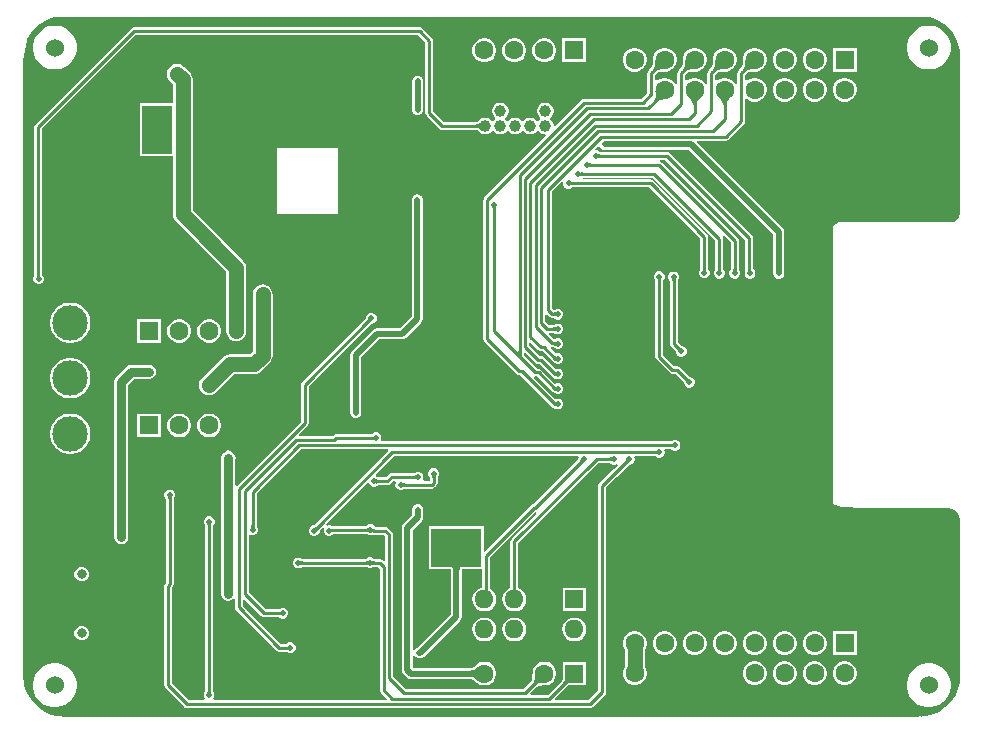
<source format=gbr>
%TF.GenerationSoftware,Altium Limited,Altium Designer,24.9.1 (31)*%
G04 Layer_Physical_Order=2*
G04 Layer_Color=16711680*
%FSLAX45Y45*%
%MOMM*%
%TF.SameCoordinates,87F55232-172A-40C5-9850-FF0673041AA3*%
%TF.FilePolarity,Positive*%
%TF.FileFunction,Copper,L2,Bot,Signal*%
%TF.Part,Single*%
G01*
G75*
%TA.AperFunction,Conductor*%
%ADD30C,0.25400*%
%ADD31C,0.50800*%
%ADD32C,1.27000*%
%TA.AperFunction,ViaPad*%
%ADD36C,1.52400*%
%TA.AperFunction,ComponentPad*%
%ADD37R,1.60000X1.60000*%
%ADD38C,1.60000*%
%ADD39C,1.00000*%
%ADD40O,2.00000X1.45000*%
%ADD41O,1.80000X1.15000*%
%ADD42C,0.80000*%
%ADD43R,4.06400X2.54000*%
%ADD44R,2.54000X4.06400*%
%ADD45R,1.61000X1.60000*%
%ADD46O,1.61000X1.60000*%
%ADD47C,3.00000*%
%TA.AperFunction,ViaPad*%
%ADD48C,1.00000*%
%ADD49C,0.50800*%
%ADD50C,0.63500*%
%TA.AperFunction,SMDPad,CuDef*%
%ADD51R,4.20000X3.20000*%
%TA.AperFunction,Conductor*%
%ADD52C,0.76200*%
G36*
X7735361Y5947811D02*
X7783626Y5927819D01*
X7828170Y5900522D01*
X7867895Y5866594D01*
X7893981Y5836050D01*
X7932596Y5773934D01*
X7949112Y5734060D01*
X7961308Y5683261D01*
X7964425Y5643647D01*
X7964988Y5631180D01*
X7964988Y5631180D01*
X7965207Y5618570D01*
Y4302760D01*
X7965310Y4302241D01*
X7963719Y4290150D01*
X7946848Y4251844D01*
X7914694Y4221699D01*
X7908127Y4218979D01*
X6936828Y4218979D01*
X6891000Y4185905D01*
X6891000Y1835673D01*
X6954036Y1806585D01*
X7041203Y1806255D01*
X7042080Y1805989D01*
X7073900Y1802855D01*
Y1802948D01*
X7866577D01*
X7918726Y1784222D01*
X7946848Y1761081D01*
X7959006Y1734647D01*
X7963235Y1705960D01*
X7965207Y1689843D01*
Y368519D01*
X7965507Y367012D01*
X7961527Y316438D01*
X7949331Y265639D01*
X7929339Y217374D01*
X7908108Y182728D01*
X7841813Y113443D01*
X7783431Y75564D01*
X7720391Y52479D01*
X7665408Y38168D01*
X7645167Y36575D01*
X7632700Y36012D01*
X7632700D01*
X7630894Y36492D01*
X7619471Y39576D01*
Y39575D01*
X7610868Y36012D01*
X375567D01*
X350413Y37001D01*
X316219Y39692D01*
X270200Y50741D01*
X236733Y63771D01*
X217155Y71880D01*
X191358Y87688D01*
X158692Y113945D01*
X97868Y180788D01*
X62774Y238831D01*
X51669Y265639D01*
X40088Y313878D01*
X39376Y317675D01*
X35493Y367012D01*
X35793Y368519D01*
Y5584332D01*
X64051Y5763733D01*
X66287Y5769131D01*
X78645Y5793503D01*
X98958Y5826650D01*
X132886Y5866375D01*
X172611Y5900303D01*
X217155Y5927600D01*
X265420Y5947592D01*
X301514Y5956257D01*
X7700177Y5956258D01*
X7735361Y5947811D01*
D02*
G37*
%LPC*%
G36*
X4799320Y5777220D02*
X4598680D01*
Y5576580D01*
X4799320D01*
Y5777220D01*
D02*
G37*
G36*
X4458207D02*
X4431793D01*
X4406278Y5770383D01*
X4383402Y5757176D01*
X4364724Y5738498D01*
X4351517Y5715622D01*
X4344680Y5690107D01*
Y5663693D01*
X4351517Y5638178D01*
X4364724Y5615302D01*
X4383402Y5596624D01*
X4406278Y5583417D01*
X4431793Y5576580D01*
X4458207D01*
X4483722Y5583417D01*
X4506598Y5596624D01*
X4525276Y5615302D01*
X4538483Y5638178D01*
X4545320Y5663693D01*
Y5690107D01*
X4538483Y5715622D01*
X4525276Y5738498D01*
X4506598Y5757176D01*
X4483722Y5770383D01*
X4458207Y5777220D01*
D02*
G37*
G36*
X4204207D02*
X4177793D01*
X4152278Y5770383D01*
X4129402Y5757176D01*
X4110724Y5738498D01*
X4097517Y5715622D01*
X4090680Y5690107D01*
Y5663693D01*
X4097517Y5638178D01*
X4110724Y5615302D01*
X4129402Y5596624D01*
X4152278Y5583417D01*
X4177793Y5576580D01*
X4204207D01*
X4229722Y5583417D01*
X4252598Y5596624D01*
X4271276Y5615302D01*
X4284483Y5638178D01*
X4291320Y5663693D01*
Y5690107D01*
X4284483Y5715622D01*
X4271276Y5738498D01*
X4252598Y5757176D01*
X4229722Y5770383D01*
X4204207Y5777220D01*
D02*
G37*
G36*
X3950207D02*
X3923793D01*
X3898278Y5770383D01*
X3875402Y5757176D01*
X3856724Y5738498D01*
X3843517Y5715622D01*
X3836680Y5690107D01*
Y5663693D01*
X3843517Y5638178D01*
X3856724Y5615302D01*
X3875402Y5596624D01*
X3898278Y5583417D01*
X3923793Y5576580D01*
X3950207D01*
X3975722Y5583417D01*
X3998598Y5596624D01*
X4017276Y5615302D01*
X4030483Y5638178D01*
X4037320Y5663693D01*
Y5690107D01*
X4030483Y5715622D01*
X4017276Y5738498D01*
X3998598Y5757176D01*
X3975722Y5770383D01*
X3950207Y5777220D01*
D02*
G37*
G36*
X7718253Y5885320D02*
X7681748D01*
X7645944Y5878198D01*
X7612218Y5864228D01*
X7581865Y5843947D01*
X7556053Y5818135D01*
X7535772Y5787782D01*
X7521802Y5754056D01*
X7514680Y5718252D01*
Y5681748D01*
X7521802Y5645944D01*
X7535772Y5612218D01*
X7556053Y5581865D01*
X7581865Y5556053D01*
X7612218Y5535772D01*
X7645944Y5521802D01*
X7681748Y5514680D01*
X7718253D01*
X7754056Y5521802D01*
X7787782Y5535772D01*
X7818135Y5556053D01*
X7843947Y5581865D01*
X7864228Y5612218D01*
X7878198Y5645944D01*
X7885320Y5681748D01*
Y5718252D01*
X7878198Y5754056D01*
X7864228Y5787782D01*
X7843947Y5818135D01*
X7818135Y5843947D01*
X7787782Y5864228D01*
X7754056Y5878198D01*
X7718253Y5885320D01*
D02*
G37*
G36*
X318252D02*
X281747D01*
X245944Y5878198D01*
X212218Y5864228D01*
X181865Y5843947D01*
X156053Y5818135D01*
X135772Y5787782D01*
X121802Y5754056D01*
X114680Y5718252D01*
Y5681748D01*
X121802Y5645944D01*
X135772Y5612218D01*
X156053Y5581865D01*
X181865Y5556053D01*
X212218Y5535772D01*
X245944Y5521802D01*
X281747Y5514680D01*
X318252D01*
X354056Y5521802D01*
X387782Y5535772D01*
X418135Y5556053D01*
X443947Y5581865D01*
X464228Y5612218D01*
X478198Y5645944D01*
X485320Y5681748D01*
Y5718252D01*
X478198Y5754056D01*
X464228Y5787782D01*
X443947Y5818135D01*
X418135Y5843947D01*
X387782Y5864228D01*
X354056Y5878198D01*
X318252Y5885320D01*
D02*
G37*
G36*
X7089320Y5697320D02*
X6888680D01*
Y5496680D01*
X7089320D01*
Y5697320D01*
D02*
G37*
G36*
X6748207D02*
X6721793D01*
X6696278Y5690483D01*
X6673402Y5677276D01*
X6654724Y5658598D01*
X6641517Y5635722D01*
X6634680Y5610207D01*
Y5583793D01*
X6641517Y5558278D01*
X6654724Y5535402D01*
X6673402Y5516724D01*
X6696278Y5503517D01*
X6721793Y5496680D01*
X6748207D01*
X6773722Y5503517D01*
X6796598Y5516724D01*
X6815276Y5535402D01*
X6828483Y5558278D01*
X6835320Y5583793D01*
Y5610207D01*
X6828483Y5635722D01*
X6815276Y5658598D01*
X6796598Y5677276D01*
X6773722Y5690483D01*
X6748207Y5697320D01*
D02*
G37*
G36*
X6494207D02*
X6467793D01*
X6442278Y5690483D01*
X6419402Y5677276D01*
X6400724Y5658598D01*
X6387517Y5635722D01*
X6380680Y5610207D01*
Y5583793D01*
X6387517Y5558278D01*
X6400724Y5535402D01*
X6419402Y5516724D01*
X6442278Y5503517D01*
X6467793Y5496680D01*
X6494207D01*
X6519722Y5503517D01*
X6542598Y5516724D01*
X6561276Y5535402D01*
X6574483Y5558278D01*
X6581320Y5583793D01*
Y5610207D01*
X6574483Y5635722D01*
X6561276Y5658598D01*
X6542598Y5677276D01*
X6519722Y5690483D01*
X6494207Y5697320D01*
D02*
G37*
G36*
X5224207D02*
X5197793D01*
X5172278Y5690483D01*
X5149402Y5677276D01*
X5130724Y5658598D01*
X5117517Y5635722D01*
X5110680Y5610207D01*
Y5583793D01*
X5117517Y5558278D01*
X5130724Y5535402D01*
X5149402Y5516724D01*
X5172278Y5503517D01*
X5197793Y5496680D01*
X5224207D01*
X5249722Y5503517D01*
X5272598Y5516724D01*
X5291276Y5535402D01*
X5304483Y5558278D01*
X5311320Y5583793D01*
Y5610207D01*
X5304483Y5635722D01*
X5291276Y5658598D01*
X5272598Y5677276D01*
X5249722Y5690483D01*
X5224207Y5697320D01*
D02*
G37*
G36*
X7002207Y5443320D02*
X6975793D01*
X6950278Y5436483D01*
X6927402Y5423276D01*
X6908724Y5404598D01*
X6895517Y5381722D01*
X6888680Y5356207D01*
Y5329793D01*
X6895517Y5304278D01*
X6908724Y5281402D01*
X6927402Y5262724D01*
X6950278Y5249517D01*
X6975793Y5242680D01*
X7002207D01*
X7027722Y5249517D01*
X7050598Y5262724D01*
X7069276Y5281402D01*
X7082483Y5304278D01*
X7089320Y5329793D01*
Y5356207D01*
X7082483Y5381722D01*
X7069276Y5404598D01*
X7050598Y5423276D01*
X7027722Y5436483D01*
X7002207Y5443320D01*
D02*
G37*
G36*
X6748207D02*
X6721793D01*
X6696278Y5436483D01*
X6673402Y5423276D01*
X6654724Y5404598D01*
X6641517Y5381722D01*
X6634680Y5356207D01*
Y5329793D01*
X6641517Y5304278D01*
X6654724Y5281402D01*
X6673402Y5262724D01*
X6696278Y5249517D01*
X6721793Y5242680D01*
X6748207D01*
X6773722Y5249517D01*
X6796598Y5262724D01*
X6815276Y5281402D01*
X6828483Y5304278D01*
X6835320Y5329793D01*
Y5356207D01*
X6828483Y5381722D01*
X6815276Y5404598D01*
X6796598Y5423276D01*
X6773722Y5436483D01*
X6748207Y5443320D01*
D02*
G37*
G36*
X6494207D02*
X6467793D01*
X6442278Y5436483D01*
X6419402Y5423276D01*
X6400724Y5404598D01*
X6387517Y5381722D01*
X6380680Y5356207D01*
Y5329793D01*
X6387517Y5304278D01*
X6400724Y5281402D01*
X6419402Y5262724D01*
X6442278Y5249517D01*
X6467793Y5242680D01*
X6494207D01*
X6519722Y5249517D01*
X6542598Y5262724D01*
X6561276Y5281402D01*
X6574483Y5304278D01*
X6581320Y5329793D01*
Y5356207D01*
X6574483Y5381722D01*
X6561276Y5404598D01*
X6542598Y5423276D01*
X6519722Y5436483D01*
X6494207Y5443320D01*
D02*
G37*
G36*
X3393440Y5870587D02*
X970562D01*
X957679Y5868024D01*
X946756Y5860726D01*
X138754Y5052724D01*
X131456Y5041801D01*
X128893Y5028918D01*
Y3771960D01*
X128854Y3771394D01*
X128722Y3770418D01*
X128561Y3769573D01*
X128549Y3769527D01*
X126341Y3767318D01*
X119380Y3750514D01*
Y3732326D01*
X126341Y3715522D01*
X139202Y3702661D01*
X156006Y3695700D01*
X174194D01*
X190998Y3702661D01*
X203859Y3715522D01*
X210820Y3732326D01*
Y3750514D01*
X203859Y3767318D01*
X196390Y3774788D01*
X196315Y3775191D01*
X196227Y3776132D01*
Y5014972D01*
X984508Y5803253D01*
X3379495D01*
X3438513Y5744235D01*
Y5146040D01*
X3441076Y5133156D01*
X3448374Y5122234D01*
X3559773Y5010835D01*
X3570695Y5003537D01*
X3583579Y5000974D01*
X3746630D01*
X3755975Y5002833D01*
X3870328D01*
X3871705Y5002613D01*
X3873964Y5002015D01*
X3876426Y5001107D01*
X3879111Y4999841D01*
X3882016Y4998174D01*
X3885122Y4996079D01*
X3888423Y4993522D01*
X3891888Y4990495D01*
X3895856Y4986640D01*
X3897434Y4985618D01*
X3902823Y4980230D01*
X3918858Y4970972D01*
X3936742Y4966180D01*
X3955258D01*
X3973142Y4970972D01*
X3989177Y4980230D01*
X4002270Y4993323D01*
X4003150Y4994847D01*
X4015850D01*
X4016730Y4993323D01*
X4029823Y4980230D01*
X4045858Y4970972D01*
X4063742Y4966180D01*
X4082258D01*
X4100142Y4970972D01*
X4116177Y4980230D01*
X4129270Y4993323D01*
X4130150Y4994847D01*
X4142850D01*
X4143730Y4993323D01*
X4156823Y4980230D01*
X4172858Y4970972D01*
X4190742Y4966180D01*
X4209258D01*
X4227142Y4970972D01*
X4243177Y4980230D01*
X4256270Y4993323D01*
X4257150Y4994847D01*
X4269850D01*
X4270730Y4993323D01*
X4283823Y4980230D01*
X4299858Y4970972D01*
X4317742Y4966180D01*
X4336258D01*
X4354142Y4970972D01*
X4370177Y4980230D01*
X4383270Y4993323D01*
X4384150Y4994847D01*
X4396850D01*
X4397730Y4993323D01*
X4410823Y4980230D01*
X4426858Y4970972D01*
X4444742Y4966180D01*
X4454949D01*
X4460210Y4953480D01*
X3938594Y4431864D01*
X3931296Y4420942D01*
X3928733Y4408058D01*
Y3230880D01*
X3931296Y3217996D01*
X3938594Y3207074D01*
X4210484Y2935184D01*
X4221406Y2927886D01*
X4234290Y2925323D01*
X4243205D01*
X4510094Y2658434D01*
X4521016Y2651136D01*
X4526921Y2649961D01*
X4533402Y2643481D01*
X4550206Y2636520D01*
X4568394D01*
X4585198Y2643481D01*
X4598059Y2656342D01*
X4605020Y2673146D01*
Y2691334D01*
X4598059Y2708138D01*
X4585198Y2720999D01*
X4568394Y2727960D01*
X4550206D01*
X4540014Y2723738D01*
X4359708Y2904045D01*
X4365964Y2915749D01*
X4368910Y2915163D01*
X4382905D01*
X4510094Y2787974D01*
X4521016Y2780676D01*
X4526921Y2779501D01*
X4533402Y2773021D01*
X4550206Y2766060D01*
X4568394D01*
X4585198Y2773021D01*
X4598059Y2785882D01*
X4605020Y2802686D01*
Y2820874D01*
X4598059Y2837678D01*
X4585198Y2850539D01*
X4568394Y2857500D01*
X4550206D01*
X4540014Y2853278D01*
X4420656Y2972636D01*
X4409734Y2979934D01*
X4396850Y2982497D01*
X4382855D01*
X4279035Y3086317D01*
X4277596Y3088115D01*
X4275826Y3090720D01*
X4274324Y3093364D01*
X4273067Y3096077D01*
X4272040Y3098879D01*
X4271231Y3101813D01*
X4270641Y3104905D01*
X4270387Y3107196D01*
Y3114247D01*
X4282120Y3119108D01*
X4371284Y3029944D01*
X4382206Y3022646D01*
X4395090Y3020083D01*
X4407525D01*
X4515174Y2912434D01*
X4525042Y2905840D01*
X4533402Y2897481D01*
X4550206Y2890520D01*
X4568394D01*
X4585198Y2897481D01*
X4598059Y2910342D01*
X4605020Y2927146D01*
Y2945334D01*
X4598059Y2962138D01*
X4585198Y2974999D01*
X4568394Y2981960D01*
X4550206D01*
X4543606Y2979226D01*
X4445276Y3077556D01*
X4434354Y3084854D01*
X4421470Y3087417D01*
X4409035D01*
X4316107Y3180345D01*
Y3199307D01*
X4327840Y3204168D01*
X4394764Y3137244D01*
X4405686Y3129946D01*
X4418570Y3127383D01*
X4429765D01*
X4515174Y3041974D01*
X4525042Y3035380D01*
X4533402Y3027021D01*
X4550206Y3020060D01*
X4568394D01*
X4585198Y3027021D01*
X4598059Y3039882D01*
X4605020Y3056686D01*
Y3074874D01*
X4598059Y3091678D01*
X4585198Y3104539D01*
X4568394Y3111500D01*
X4550206D01*
X4543606Y3108766D01*
X4499518Y3152855D01*
X4505774Y3164559D01*
X4508720Y3163973D01*
X4520119D01*
X4523556Y3161676D01*
X4526290Y3161132D01*
X4533402Y3154021D01*
X4550206Y3147060D01*
X4568394D01*
X4585198Y3154021D01*
X4598059Y3166882D01*
X4605020Y3183686D01*
Y3201874D01*
X4598059Y3218678D01*
X4585198Y3231539D01*
X4568394Y3238500D01*
X4550206D01*
X4533402Y3231539D01*
X4532905Y3231043D01*
X4531580Y3231307D01*
X4522666D01*
X4483099Y3270873D01*
X4488360Y3283573D01*
X4526663D01*
X4526937Y3283544D01*
X4527922Y3283383D01*
X4528538Y3283243D01*
X4528554Y3283238D01*
X4528711Y3283171D01*
X4533402Y3278481D01*
X4550206Y3271520D01*
X4568394D01*
X4585198Y3278481D01*
X4598059Y3291342D01*
X4605020Y3308146D01*
Y3326334D01*
X4598059Y3343138D01*
X4585198Y3355999D01*
X4568394Y3362960D01*
X4550206D01*
X4533402Y3355999D01*
X4528711Y3351309D01*
X4528553Y3351242D01*
X4528540Y3351238D01*
X4527922Y3351097D01*
X4527189Y3350978D01*
X4526336Y3350907D01*
X4484345D01*
X4453267Y3381985D01*
Y3438980D01*
X4465967Y3444241D01*
X4487454Y3422754D01*
X4498377Y3415455D01*
X4511260Y3412893D01*
X4523449D01*
X4533402Y3402941D01*
X4550206Y3395980D01*
X4568394D01*
X4585198Y3402941D01*
X4598059Y3415802D01*
X4605020Y3432606D01*
Y3450794D01*
X4598059Y3467598D01*
X4585198Y3480459D01*
X4568394Y3487420D01*
X4550206D01*
X4533402Y3480459D01*
X4533348Y3480405D01*
X4530808Y3480227D01*
X4525206D01*
X4511687Y3493745D01*
Y4481855D01*
X4593541Y4563709D01*
X4602343Y4559511D01*
X4605020Y4557227D01*
Y4540046D01*
X4611981Y4523242D01*
X4624842Y4510381D01*
X4641646Y4503420D01*
X4659834D01*
X4676638Y4510381D01*
X4681329Y4515071D01*
X4681487Y4515138D01*
X4681500Y4515142D01*
X4682118Y4515283D01*
X4682851Y4515402D01*
X4683704Y4515473D01*
X5332755D01*
X5767693Y4080535D01*
Y3824857D01*
X5767664Y3824583D01*
X5767503Y3823598D01*
X5767363Y3822982D01*
X5767358Y3822966D01*
X5767291Y3822809D01*
X5762601Y3818118D01*
X5755640Y3801314D01*
Y3783126D01*
X5762601Y3766322D01*
X5775462Y3753461D01*
X5792266Y3746500D01*
X5810454D01*
X5827258Y3753461D01*
X5840119Y3766322D01*
X5847080Y3783126D01*
Y3801314D01*
X5840119Y3818118D01*
X5835429Y3822809D01*
X5835362Y3822967D01*
X5835358Y3822980D01*
X5835217Y3823598D01*
X5835098Y3824331D01*
X5835027Y3825184D01*
Y4094480D01*
X5832464Y4107364D01*
X5825166Y4118286D01*
X5370506Y4572946D01*
X5359584Y4580244D01*
X5346700Y4582807D01*
X4774735D01*
X4774016Y4583245D01*
X4769149Y4595507D01*
X4773167Y4599293D01*
X5363235D01*
X5894693Y4067835D01*
Y3824027D01*
X5894657Y3823733D01*
X5894530Y3823048D01*
X5887061Y3815578D01*
X5880100Y3798774D01*
Y3780586D01*
X5887061Y3763782D01*
X5899922Y3750921D01*
X5916726Y3743960D01*
X5934914D01*
X5951718Y3750921D01*
X5964579Y3763782D01*
X5971540Y3780586D01*
Y3798774D01*
X5964579Y3815578D01*
X5962371Y3817787D01*
X5962359Y3817833D01*
X5962198Y3818677D01*
X5962066Y3819654D01*
X5962027Y3820220D01*
Y4081780D01*
X5959464Y4094664D01*
X5955036Y4101291D01*
X5964901Y4109387D01*
X6025154Y4049134D01*
Y3823000D01*
X6025120Y3822704D01*
X6024965Y3821801D01*
X6024839Y3821277D01*
X6019141Y3815578D01*
X6012180Y3798774D01*
Y3780586D01*
X6019141Y3763782D01*
X6032002Y3750921D01*
X6048806Y3743960D01*
X6066994D01*
X6083798Y3750921D01*
X6096659Y3763782D01*
X6103620Y3780586D01*
Y3798774D01*
X6096659Y3815578D01*
X6092923Y3819315D01*
X6092897Y3819381D01*
X6092858Y3819443D01*
X6092825Y3819556D01*
X6092673Y3820261D01*
X6092549Y3821074D01*
X6092487Y3821857D01*
Y4063080D01*
X6089925Y4075963D01*
X6082627Y4086886D01*
X5437704Y4731808D01*
X5426782Y4739106D01*
X5428602Y4751693D01*
X5469915D01*
X6148913Y4072694D01*
Y3817275D01*
X6148699Y3815597D01*
X6148681Y3815578D01*
X6141720Y3798774D01*
Y3780586D01*
X6148681Y3763782D01*
X6161542Y3750921D01*
X6178346Y3743960D01*
X6196534D01*
X6213338Y3750921D01*
X6226199Y3763782D01*
X6233160Y3780586D01*
Y3798774D01*
X6226199Y3815578D01*
X6216249Y3825529D01*
X6216247Y3825548D01*
Y4086640D01*
X6213684Y4099524D01*
X6206386Y4110446D01*
X5507666Y4809166D01*
X5496744Y4816464D01*
X5483860Y4819027D01*
X4914517D01*
X4914243Y4819056D01*
X4913258Y4819217D01*
X4912642Y4819357D01*
X4912626Y4819362D01*
X4912469Y4819429D01*
X4907778Y4824119D01*
X4890974Y4831080D01*
X4878873D01*
X4873612Y4843780D01*
X4897986Y4868154D01*
X4898327Y4868214D01*
X4907575Y4866671D01*
X4911945Y4864152D01*
X4912473Y4861501D01*
X4915023Y4857684D01*
X4916781Y4853442D01*
X4920027Y4850195D01*
X4922578Y4846378D01*
X4926395Y4843827D01*
X4929642Y4840581D01*
X4933884Y4838823D01*
X4937701Y4836273D01*
X4942204Y4835377D01*
X4946446Y4833620D01*
X4951038D01*
X4955540Y4832724D01*
X5670291D01*
X6384664Y4118351D01*
Y3787140D01*
X6385560Y3782638D01*
Y3778046D01*
X6387317Y3773804D01*
X6388213Y3769301D01*
X6390763Y3765484D01*
X6392521Y3761242D01*
X6395767Y3757995D01*
X6398318Y3754178D01*
X6402135Y3751627D01*
X6405382Y3748381D01*
X6409624Y3746623D01*
X6413441Y3744073D01*
X6417944Y3743177D01*
X6422186Y3741420D01*
X6426778D01*
X6431280Y3740524D01*
X6435782Y3741420D01*
X6440374D01*
X6444616Y3743177D01*
X6449119Y3744073D01*
X6452936Y3746623D01*
X6457178Y3748381D01*
X6460425Y3751627D01*
X6464242Y3754178D01*
X6466793Y3757995D01*
X6470039Y3761242D01*
X6471797Y3765484D01*
X6474347Y3769301D01*
X6475243Y3773804D01*
X6477000Y3778046D01*
Y3782638D01*
X6477896Y3787140D01*
Y4137660D01*
X6474347Y4155499D01*
X6464242Y4170622D01*
X5734884Y4899980D01*
X5739745Y4911713D01*
X5984240D01*
X5997124Y4914276D01*
X6008046Y4921574D01*
X6137786Y5051314D01*
X6145084Y5062236D01*
X6147647Y5075120D01*
Y5263886D01*
X6159380Y5268746D01*
X6165402Y5262724D01*
X6188278Y5249517D01*
X6213793Y5242680D01*
X6240207D01*
X6265722Y5249517D01*
X6288598Y5262724D01*
X6307276Y5281402D01*
X6320483Y5304278D01*
X6327320Y5329793D01*
Y5356207D01*
X6320483Y5381722D01*
X6307276Y5404598D01*
X6288598Y5423276D01*
X6265722Y5436483D01*
X6240207Y5443320D01*
X6213793D01*
X6188278Y5436483D01*
X6165402Y5423276D01*
X6159380Y5417254D01*
X6147647Y5422114D01*
Y5470035D01*
X6162742Y5485130D01*
X6162867Y5485237D01*
X6165732Y5487073D01*
X6169628Y5488960D01*
X6174605Y5490783D01*
X6180649Y5492438D01*
X6187746Y5493853D01*
X6195623Y5494943D01*
X6215229Y5496212D01*
X6226339Y5496286D01*
X6228251Y5496680D01*
X6240207D01*
X6265722Y5503517D01*
X6288598Y5516724D01*
X6307276Y5535402D01*
X6320483Y5558278D01*
X6327320Y5583793D01*
Y5610207D01*
X6320483Y5635722D01*
X6307276Y5658598D01*
X6288598Y5677276D01*
X6265722Y5690483D01*
X6240207Y5697320D01*
X6213793D01*
X6188278Y5690483D01*
X6165402Y5677276D01*
X6146724Y5658598D01*
X6133517Y5635722D01*
X6126680Y5610207D01*
Y5598251D01*
X6126286Y5596339D01*
X6126212Y5585229D01*
X6124943Y5565626D01*
X6123853Y5557745D01*
X6122438Y5550649D01*
X6120783Y5544605D01*
X6118960Y5539628D01*
X6117073Y5535732D01*
X6115237Y5532867D01*
X6115130Y5532742D01*
X6090174Y5507786D01*
X6082876Y5496864D01*
X6080313Y5483980D01*
Y5379178D01*
X6067613Y5377506D01*
X6066483Y5381722D01*
X6053276Y5404598D01*
X6034598Y5423276D01*
X6011722Y5436483D01*
X5986207Y5443320D01*
X5959793D01*
X5934278Y5436483D01*
X5911402Y5423276D01*
X5905380Y5417254D01*
X5893647Y5422114D01*
Y5470035D01*
X5908742Y5485130D01*
X5908867Y5485237D01*
X5911732Y5487073D01*
X5915628Y5488960D01*
X5920605Y5490783D01*
X5926649Y5492438D01*
X5933746Y5493853D01*
X5941623Y5494943D01*
X5961229Y5496212D01*
X5972339Y5496286D01*
X5974251Y5496680D01*
X5986207D01*
X6011722Y5503517D01*
X6034598Y5516724D01*
X6053276Y5535402D01*
X6066483Y5558278D01*
X6073320Y5583793D01*
Y5610207D01*
X6066483Y5635722D01*
X6053276Y5658598D01*
X6034598Y5677276D01*
X6011722Y5690483D01*
X5986207Y5697320D01*
X5959793D01*
X5934278Y5690483D01*
X5911402Y5677276D01*
X5892724Y5658598D01*
X5879517Y5635722D01*
X5872680Y5610207D01*
Y5598251D01*
X5872286Y5596339D01*
X5872212Y5585229D01*
X5870943Y5565626D01*
X5869853Y5557745D01*
X5868438Y5550649D01*
X5866783Y5544605D01*
X5864960Y5539628D01*
X5863073Y5535732D01*
X5861237Y5532867D01*
X5861130Y5532742D01*
X5836174Y5507786D01*
X5828876Y5496864D01*
X5826313Y5483980D01*
Y5379178D01*
X5813613Y5377506D01*
X5812483Y5381722D01*
X5799276Y5404598D01*
X5780598Y5423276D01*
X5757722Y5436483D01*
X5732207Y5443320D01*
X5705793D01*
X5680278Y5436483D01*
X5657402Y5423276D01*
X5651380Y5417254D01*
X5639647Y5422114D01*
Y5470035D01*
X5654742Y5485130D01*
X5654867Y5485237D01*
X5657732Y5487073D01*
X5661628Y5488960D01*
X5666605Y5490783D01*
X5672649Y5492438D01*
X5679746Y5493853D01*
X5687623Y5494943D01*
X5707229Y5496212D01*
X5718339Y5496286D01*
X5720251Y5496680D01*
X5732207D01*
X5757722Y5503517D01*
X5780598Y5516724D01*
X5799276Y5535402D01*
X5812483Y5558278D01*
X5819320Y5583793D01*
Y5610207D01*
X5812483Y5635722D01*
X5799276Y5658598D01*
X5780598Y5677276D01*
X5757722Y5690483D01*
X5732207Y5697320D01*
X5705793D01*
X5680278Y5690483D01*
X5657402Y5677276D01*
X5638724Y5658598D01*
X5625517Y5635722D01*
X5618680Y5610207D01*
Y5598251D01*
X5618286Y5596339D01*
X5618212Y5585229D01*
X5616943Y5565626D01*
X5615853Y5557745D01*
X5614438Y5550649D01*
X5612783Y5544605D01*
X5610960Y5539628D01*
X5609073Y5535732D01*
X5607237Y5532867D01*
X5607130Y5532742D01*
X5582174Y5507786D01*
X5574876Y5496864D01*
X5572313Y5483980D01*
Y5379178D01*
X5559613Y5377506D01*
X5558483Y5381722D01*
X5545276Y5404598D01*
X5526598Y5423276D01*
X5503722Y5436483D01*
X5478207Y5443320D01*
X5451793D01*
X5426278Y5436483D01*
X5403402Y5423276D01*
X5397380Y5417254D01*
X5385647Y5422114D01*
Y5470035D01*
X5400742Y5485130D01*
X5400867Y5485237D01*
X5403732Y5487073D01*
X5407628Y5488960D01*
X5412605Y5490783D01*
X5418649Y5492438D01*
X5425746Y5493853D01*
X5433623Y5494943D01*
X5453229Y5496212D01*
X5464339Y5496286D01*
X5466251Y5496680D01*
X5478207D01*
X5503722Y5503517D01*
X5526598Y5516724D01*
X5545276Y5535402D01*
X5558483Y5558278D01*
X5565320Y5583793D01*
Y5610207D01*
X5558483Y5635722D01*
X5545276Y5658598D01*
X5526598Y5677276D01*
X5503722Y5690483D01*
X5478207Y5697320D01*
X5451793D01*
X5426278Y5690483D01*
X5403402Y5677276D01*
X5384724Y5658598D01*
X5371517Y5635722D01*
X5364680Y5610207D01*
Y5598251D01*
X5364286Y5596339D01*
X5364212Y5585229D01*
X5362943Y5565626D01*
X5361853Y5557745D01*
X5360438Y5550649D01*
X5358783Y5544605D01*
X5356960Y5539628D01*
X5355073Y5535732D01*
X5353237Y5532867D01*
X5353130Y5532742D01*
X5328174Y5507786D01*
X5320876Y5496864D01*
X5318313Y5483980D01*
Y5317665D01*
X5264175Y5263527D01*
X4784202D01*
X4771318Y5260964D01*
X4760396Y5253666D01*
X4537020Y5030290D01*
X4524320Y5035551D01*
Y5045758D01*
X4519528Y5063642D01*
X4510270Y5079677D01*
X4497177Y5092770D01*
X4495653Y5093650D01*
Y5106350D01*
X4497177Y5107230D01*
X4510270Y5120323D01*
X4519528Y5136358D01*
X4524320Y5154242D01*
Y5172758D01*
X4519528Y5190642D01*
X4510270Y5206677D01*
X4497177Y5219770D01*
X4481142Y5229028D01*
X4463258Y5233820D01*
X4444742D01*
X4426858Y5229028D01*
X4410823Y5219770D01*
X4397730Y5206677D01*
X4388472Y5190642D01*
X4383680Y5172758D01*
Y5154242D01*
X4388472Y5136358D01*
X4397730Y5120323D01*
X4410823Y5107230D01*
X4412347Y5106350D01*
Y5093650D01*
X4410823Y5092770D01*
X4397730Y5079677D01*
X4396850Y5078153D01*
X4384150D01*
X4383270Y5079677D01*
X4370177Y5092770D01*
X4354142Y5102028D01*
X4336258Y5106820D01*
X4317742D01*
X4299858Y5102028D01*
X4283823Y5092770D01*
X4270730Y5079677D01*
X4269850Y5078153D01*
X4257150D01*
X4256270Y5079677D01*
X4243177Y5092770D01*
X4227142Y5102028D01*
X4209258Y5106820D01*
X4190742D01*
X4172858Y5102028D01*
X4156823Y5092770D01*
X4143730Y5079677D01*
X4142850Y5078153D01*
X4130150D01*
X4129270Y5079677D01*
X4116177Y5092770D01*
X4114653Y5093650D01*
Y5106350D01*
X4116177Y5107230D01*
X4129270Y5120323D01*
X4138528Y5136358D01*
X4143320Y5154242D01*
Y5172758D01*
X4138528Y5190642D01*
X4129270Y5206677D01*
X4116177Y5219770D01*
X4100142Y5229028D01*
X4082258Y5233820D01*
X4063742D01*
X4045858Y5229028D01*
X4029823Y5219770D01*
X4016730Y5206677D01*
X4007472Y5190642D01*
X4002680Y5172758D01*
Y5154242D01*
X4007472Y5136358D01*
X4016730Y5120323D01*
X4029823Y5107230D01*
X4031347Y5106350D01*
Y5093650D01*
X4029823Y5092770D01*
X4016730Y5079677D01*
X4015850Y5078153D01*
X4003150D01*
X4002270Y5079677D01*
X3989177Y5092770D01*
X3973142Y5102028D01*
X3955258Y5106820D01*
X3936742D01*
X3918858Y5102028D01*
X3902823Y5092770D01*
X3897434Y5087382D01*
X3895856Y5086360D01*
X3891891Y5082507D01*
X3888421Y5079476D01*
X3885122Y5076921D01*
X3882016Y5074826D01*
X3879110Y5073159D01*
X3876426Y5071892D01*
X3873965Y5070985D01*
X3871705Y5070387D01*
X3870328Y5070167D01*
X3748489D01*
X3739142Y5068308D01*
X3597524D01*
X3505847Y5159985D01*
Y5758180D01*
X3503284Y5771064D01*
X3495986Y5781986D01*
X3417246Y5860726D01*
X3406324Y5868024D01*
X3393440Y5870587D01*
D02*
G37*
G36*
X3373120Y5461896D02*
X3368618Y5461000D01*
X3364026D01*
X3359784Y5459243D01*
X3355281Y5458347D01*
X3351464Y5455797D01*
X3347222Y5454039D01*
X3343975Y5450793D01*
X3340158Y5448242D01*
X3337607Y5444425D01*
X3334361Y5441178D01*
X3332603Y5436936D01*
X3330053Y5433119D01*
X3329157Y5428616D01*
X3327400Y5424374D01*
Y5419782D01*
X3326504Y5415280D01*
Y5173980D01*
X3327400Y5169478D01*
Y5164886D01*
X3329157Y5160644D01*
X3330053Y5156141D01*
X3332603Y5152324D01*
X3334361Y5148082D01*
X3337607Y5144835D01*
X3340158Y5141018D01*
X3343975Y5138467D01*
X3347222Y5135221D01*
X3351464Y5133463D01*
X3355281Y5130913D01*
X3359784Y5130017D01*
X3364026Y5128260D01*
X3368618D01*
X3373120Y5127364D01*
X3377622Y5128260D01*
X3382214D01*
X3386456Y5130017D01*
X3390959Y5130913D01*
X3394776Y5133463D01*
X3399018Y5135221D01*
X3402265Y5138467D01*
X3406082Y5141018D01*
X3408633Y5144835D01*
X3411879Y5148082D01*
X3413637Y5152324D01*
X3416187Y5156141D01*
X3417083Y5160644D01*
X3418840Y5164886D01*
Y5169478D01*
X3419736Y5173980D01*
Y5415280D01*
X3418840Y5419782D01*
Y5424374D01*
X3417083Y5428616D01*
X3416187Y5433119D01*
X3413637Y5436936D01*
X3411879Y5441178D01*
X3408633Y5444425D01*
X3406082Y5448242D01*
X3402265Y5450793D01*
X3399018Y5454039D01*
X3394776Y5455797D01*
X3390959Y5458347D01*
X3386456Y5459243D01*
X3382214Y5461000D01*
X3377622D01*
X3373120Y5461896D01*
D02*
G37*
G36*
X2694940Y4851400D02*
X2179320D01*
Y4287520D01*
X2694940D01*
Y4851400D01*
D02*
G37*
G36*
X1335566Y5563436D02*
X1313684Y5560556D01*
X1293294Y5552109D01*
X1275785Y5538674D01*
X1262350Y5521164D01*
X1253903Y5500774D01*
X1251023Y5478893D01*
X1253903Y5457011D01*
X1262350Y5436621D01*
X1275785Y5419112D01*
X1299757Y5395140D01*
Y5227520D01*
X1020180D01*
Y4780480D01*
X1299757D01*
Y4290060D01*
X1302637Y4268178D01*
X1307585Y4256234D01*
X1311083Y4247788D01*
X1324519Y4230279D01*
X1754417Y3800381D01*
Y3299460D01*
X1757297Y3277579D01*
X1765743Y3257188D01*
X1779179Y3239679D01*
X1796688Y3226243D01*
X1817079Y3217797D01*
X1838960Y3214917D01*
X1860841Y3217797D01*
X1881232Y3226243D01*
X1898741Y3239679D01*
X1912177Y3257188D01*
X1920623Y3277579D01*
X1923503Y3299460D01*
Y3835400D01*
X1920623Y3857282D01*
X1912177Y3877672D01*
X1898741Y3895181D01*
X1468843Y4325079D01*
Y5430159D01*
X1465963Y5452040D01*
X1457517Y5472431D01*
X1444081Y5489940D01*
X1395347Y5538674D01*
X1377838Y5552109D01*
X1357448Y5560556D01*
X1335566Y5563436D01*
D02*
G37*
G36*
X1621027Y3400320D02*
X1594613D01*
X1569098Y3393483D01*
X1546222Y3380276D01*
X1527544Y3361598D01*
X1514337Y3338722D01*
X1507500Y3313207D01*
Y3286793D01*
X1514337Y3261278D01*
X1527544Y3238402D01*
X1546222Y3219724D01*
X1569098Y3206517D01*
X1594613Y3199680D01*
X1621027D01*
X1646542Y3206517D01*
X1669418Y3219724D01*
X1688096Y3238402D01*
X1701303Y3261278D01*
X1708140Y3286793D01*
Y3313207D01*
X1701303Y3338722D01*
X1688096Y3361598D01*
X1669418Y3380276D01*
X1646542Y3393483D01*
X1621027Y3400320D01*
D02*
G37*
G36*
X1367027D02*
X1340613D01*
X1315098Y3393483D01*
X1292222Y3380276D01*
X1273544Y3361598D01*
X1260337Y3338722D01*
X1253500Y3313207D01*
Y3286793D01*
X1260337Y3261278D01*
X1273544Y3238402D01*
X1292222Y3219724D01*
X1315098Y3206517D01*
X1340613Y3199680D01*
X1367027D01*
X1392542Y3206517D01*
X1415418Y3219724D01*
X1434096Y3238402D01*
X1447303Y3261278D01*
X1454140Y3286793D01*
Y3313207D01*
X1447303Y3338722D01*
X1434096Y3361598D01*
X1415418Y3380276D01*
X1392542Y3393483D01*
X1367027Y3400320D01*
D02*
G37*
G36*
X1200140D02*
X999500D01*
Y3199680D01*
X1200140D01*
Y3400320D01*
D02*
G37*
G36*
X448575Y3540320D02*
X415025D01*
X382119Y3533775D01*
X351123Y3520936D01*
X323227Y3502296D01*
X299504Y3478573D01*
X280864Y3450677D01*
X268025Y3419681D01*
X261480Y3386775D01*
Y3353225D01*
X268025Y3320319D01*
X280864Y3289323D01*
X299504Y3261427D01*
X323227Y3237704D01*
X351123Y3219064D01*
X382119Y3206225D01*
X415025Y3199680D01*
X448575D01*
X481481Y3206225D01*
X512477Y3219064D01*
X540373Y3237704D01*
X564096Y3261427D01*
X582736Y3289323D01*
X595575Y3320319D01*
X602120Y3353225D01*
Y3386775D01*
X595575Y3419681D01*
X582736Y3450677D01*
X564096Y3478573D01*
X540373Y3502296D01*
X512477Y3520936D01*
X481481Y3533775D01*
X448575Y3540320D01*
D02*
G37*
G36*
X5548834Y3802380D02*
X5530646D01*
X5513842Y3795419D01*
X5500981Y3782558D01*
X5494020Y3765754D01*
Y3747566D01*
X5500981Y3730762D01*
X5505671Y3726071D01*
X5505738Y3725913D01*
X5505742Y3725900D01*
X5505883Y3725282D01*
X5506002Y3724549D01*
X5506073Y3723696D01*
Y3192780D01*
X5508636Y3179896D01*
X5515934Y3168974D01*
X5558896Y3126012D01*
X5559072Y3125794D01*
X5559650Y3124991D01*
X5559989Y3124451D01*
X5559998Y3124434D01*
X5560060Y3124280D01*
Y3117646D01*
X5567021Y3100842D01*
X5579882Y3087981D01*
X5596686Y3081020D01*
X5614874D01*
X5631678Y3087981D01*
X5644539Y3100842D01*
X5651500Y3117646D01*
Y3135834D01*
X5644539Y3152638D01*
X5631678Y3165499D01*
X5614874Y3172460D01*
X5608240D01*
X5608086Y3172522D01*
X5608068Y3172532D01*
X5607531Y3172869D01*
X5606931Y3173301D01*
X5606278Y3173855D01*
X5573407Y3206725D01*
Y3724023D01*
X5573436Y3724297D01*
X5573597Y3725282D01*
X5573737Y3725898D01*
X5573742Y3725914D01*
X5573809Y3726071D01*
X5578499Y3730762D01*
X5585460Y3747566D01*
Y3765754D01*
X5578499Y3782558D01*
X5565638Y3795419D01*
X5548834Y3802380D01*
D02*
G37*
G36*
X5428971Y3805627D02*
X5410782D01*
X5393978Y3798667D01*
X5381117Y3785805D01*
X5374156Y3769001D01*
Y3750813D01*
X5381117Y3734009D01*
X5385807Y3729318D01*
X5385874Y3729160D01*
X5385878Y3729147D01*
X5386020Y3728529D01*
X5386139Y3727796D01*
X5386209Y3726943D01*
Y3084044D01*
X5388772Y3071160D01*
X5396070Y3060237D01*
X5506912Y2949396D01*
X5517835Y2942097D01*
X5530718Y2939535D01*
X5552333D01*
X5626100Y2865768D01*
Y2856026D01*
X5633061Y2839222D01*
X5645922Y2826361D01*
X5662726Y2819400D01*
X5680914D01*
X5697718Y2826361D01*
X5710579Y2839222D01*
X5717540Y2856026D01*
Y2874214D01*
X5710579Y2891018D01*
X5697718Y2903879D01*
X5680914Y2910840D01*
X5676252D01*
X5590084Y2997008D01*
X5579162Y3004306D01*
X5566278Y3006869D01*
X5544664D01*
X5453543Y3097989D01*
Y3727270D01*
X5453573Y3727544D01*
X5453733Y3728529D01*
X5453874Y3729145D01*
X5453879Y3729161D01*
X5453945Y3729318D01*
X5458636Y3734009D01*
X5465596Y3750813D01*
Y3769001D01*
X5458636Y3785805D01*
X5445775Y3798667D01*
X5428971Y3805627D01*
D02*
G37*
G36*
X2061075Y3694797D02*
X2039193Y3691917D01*
X2018803Y3683470D01*
X2001294Y3670035D01*
X1987858Y3652526D01*
X1979412Y3632135D01*
X1976531Y3610254D01*
X1977937Y3599580D01*
Y3126934D01*
X1953066Y3102063D01*
X1783080D01*
X1761198Y3099183D01*
X1740808Y3090737D01*
X1723299Y3077301D01*
X1548039Y2902041D01*
X1534603Y2884532D01*
X1526157Y2864142D01*
X1523277Y2842260D01*
X1526157Y2820378D01*
X1534603Y2799988D01*
X1548039Y2782479D01*
X1565548Y2769043D01*
X1585938Y2760597D01*
X1607820Y2757717D01*
X1629702Y2760597D01*
X1650092Y2769043D01*
X1667601Y2782479D01*
X1818099Y2932977D01*
X1988085D01*
X2009967Y2935857D01*
X2021911Y2940805D01*
X2030357Y2944303D01*
X2047866Y2957739D01*
X2122261Y3032134D01*
X2135697Y3049643D01*
X2144143Y3070034D01*
X2147023Y3091915D01*
Y3608849D01*
X2144143Y3630730D01*
X2135697Y3651120D01*
X2122261Y3668630D01*
X2120856Y3670035D01*
X2103347Y3683470D01*
X2082956Y3691917D01*
X2061075Y3694797D01*
D02*
G37*
G36*
X448575Y3070320D02*
X415025D01*
X382119Y3063775D01*
X351123Y3050936D01*
X323227Y3032296D01*
X299504Y3008573D01*
X280864Y2980677D01*
X268025Y2949681D01*
X261480Y2916775D01*
Y2883225D01*
X268025Y2850319D01*
X280864Y2819323D01*
X299504Y2791427D01*
X323227Y2767704D01*
X351123Y2749064D01*
X382119Y2736225D01*
X415025Y2729680D01*
X448575D01*
X481481Y2736225D01*
X512477Y2749064D01*
X540373Y2767704D01*
X564096Y2791427D01*
X582736Y2819323D01*
X595575Y2850319D01*
X602120Y2883225D01*
Y2916775D01*
X595575Y2949681D01*
X582736Y2980677D01*
X564096Y3008573D01*
X540373Y3032296D01*
X512477Y3050936D01*
X481481Y3063775D01*
X448575Y3070320D01*
D02*
G37*
G36*
X3371244Y4457659D02*
X3366742Y4456764D01*
X3362150D01*
X3357908Y4455007D01*
X3353406Y4454111D01*
X3349588Y4451560D01*
X3345346Y4449803D01*
X3342099Y4446556D01*
X3338282Y4444006D01*
X3335732Y4440189D01*
X3332485Y4436942D01*
X3330728Y4432700D01*
X3328177Y4428883D01*
X3327282Y4424380D01*
X3325524Y4420138D01*
Y4415546D01*
X3324629Y4411044D01*
Y3423573D01*
X3224271Y3323216D01*
X3027680D01*
X3009841Y3319667D01*
X2994718Y3309562D01*
X2816918Y3131762D01*
X2806813Y3116639D01*
X2803264Y3098800D01*
Y2608580D01*
X2804160Y2604078D01*
Y2599486D01*
X2805917Y2595244D01*
X2806813Y2590741D01*
X2809363Y2586924D01*
X2811121Y2582682D01*
X2814367Y2579435D01*
X2816918Y2575618D01*
X2820735Y2573067D01*
X2823982Y2569821D01*
X2828224Y2568063D01*
X2832041Y2565513D01*
X2836544Y2564617D01*
X2840786Y2562860D01*
X2845378D01*
X2849880Y2561964D01*
X2854382Y2562860D01*
X2858974D01*
X2863216Y2564617D01*
X2867719Y2565513D01*
X2871536Y2568063D01*
X2875778Y2569821D01*
X2879025Y2573067D01*
X2882842Y2575618D01*
X2885393Y2579435D01*
X2888639Y2582682D01*
X2890397Y2586924D01*
X2892947Y2590741D01*
X2893843Y2595244D01*
X2895600Y2599486D01*
Y2604078D01*
X2896496Y2608580D01*
Y3079491D01*
X3046989Y3229984D01*
X3243580D01*
X3261419Y3233533D01*
X3276542Y3243638D01*
X3404207Y3371302D01*
X3414312Y3386426D01*
X3417860Y3404264D01*
Y4411044D01*
X3416964Y4415546D01*
Y4420138D01*
X3415207Y4424380D01*
X3414312Y4428883D01*
X3411761Y4432700D01*
X3410004Y4436942D01*
X3406757Y4440189D01*
X3404207Y4444006D01*
X3400390Y4446556D01*
X3397143Y4449803D01*
X3392901Y4451560D01*
X3389083Y4454111D01*
X3384581Y4455007D01*
X3380339Y4456764D01*
X3375747D01*
X3371244Y4457659D01*
D02*
G37*
G36*
X1621027Y2600320D02*
X1594613D01*
X1569098Y2593483D01*
X1546222Y2580276D01*
X1527544Y2561598D01*
X1514337Y2538722D01*
X1507500Y2513207D01*
Y2486793D01*
X1514337Y2461278D01*
X1527544Y2438402D01*
X1546222Y2419724D01*
X1569098Y2406517D01*
X1594613Y2399680D01*
X1621027D01*
X1646542Y2406517D01*
X1669418Y2419724D01*
X1688096Y2438402D01*
X1701303Y2461278D01*
X1708140Y2486793D01*
Y2513207D01*
X1701303Y2538722D01*
X1688096Y2561598D01*
X1669418Y2580276D01*
X1646542Y2593483D01*
X1621027Y2600320D01*
D02*
G37*
G36*
X1367027D02*
X1340613D01*
X1315098Y2593483D01*
X1292222Y2580276D01*
X1273544Y2561598D01*
X1260337Y2538722D01*
X1253500Y2513207D01*
Y2486793D01*
X1260337Y2461278D01*
X1273544Y2438402D01*
X1292222Y2419724D01*
X1315098Y2406517D01*
X1340613Y2399680D01*
X1367027D01*
X1392542Y2406517D01*
X1415418Y2419724D01*
X1434096Y2438402D01*
X1447303Y2461278D01*
X1454140Y2486793D01*
Y2513207D01*
X1447303Y2538722D01*
X1434096Y2561598D01*
X1415418Y2580276D01*
X1392542Y2593483D01*
X1367027Y2600320D01*
D02*
G37*
G36*
X1200140D02*
X999500D01*
Y2399680D01*
X1200140D01*
Y2600320D01*
D02*
G37*
G36*
X2988514Y3451860D02*
X2970326D01*
X2953522Y3444899D01*
X2940661Y3432038D01*
X2933700Y3415234D01*
Y3408600D01*
X2933638Y3408446D01*
X2933628Y3408428D01*
X2933291Y3407891D01*
X2932859Y3407291D01*
X2932305Y3406638D01*
X2391844Y2866176D01*
X2384546Y2855254D01*
X2381983Y2842370D01*
Y2532353D01*
X1840105Y1990475D01*
X1827405Y1995735D01*
Y2209696D01*
X1831215Y2228850D01*
X1826680Y2251644D01*
X1813769Y2270969D01*
X1794444Y2283880D01*
X1771650Y2288415D01*
X1748856Y2283880D01*
X1729531Y2270969D01*
X1725721Y2267159D01*
X1712810Y2247834D01*
X1708275Y2225040D01*
Y1074420D01*
X1712810Y1051626D01*
X1725721Y1032301D01*
X1745046Y1019390D01*
X1767840Y1014855D01*
X1790634Y1019390D01*
X1809959Y1032301D01*
X1810373Y1032922D01*
X1823073Y1029069D01*
Y960120D01*
X1825636Y947236D01*
X1832934Y936314D01*
X2173294Y595954D01*
X2184216Y588656D01*
X2197100Y586093D01*
X2265169D01*
X2270262Y581001D01*
X2287066Y574040D01*
X2305254D01*
X2322058Y581001D01*
X2334919Y593862D01*
X2341880Y610666D01*
Y628854D01*
X2334919Y645658D01*
X2322058Y658519D01*
X2305254Y665480D01*
X2287066D01*
X2270262Y658519D01*
X2265169Y653427D01*
X2211045D01*
X1890407Y974065D01*
Y1027347D01*
X1902140Y1032208D01*
X2048834Y885514D01*
X2059756Y878216D01*
X2072640Y875653D01*
X2197483D01*
X2197757Y875624D01*
X2198742Y875463D01*
X2199358Y875323D01*
X2199374Y875318D01*
X2199531Y875251D01*
X2204222Y870561D01*
X2221026Y863600D01*
X2239214D01*
X2256018Y870561D01*
X2268879Y883422D01*
X2275840Y900226D01*
Y918414D01*
X2268879Y935218D01*
X2256018Y948079D01*
X2239214Y955040D01*
X2221026D01*
X2204222Y948079D01*
X2199531Y943389D01*
X2199373Y943322D01*
X2199360Y943318D01*
X2198742Y943177D01*
X2198009Y943058D01*
X2197156Y942987D01*
X2086586D01*
X1943747Y1085826D01*
Y1569102D01*
X1956447Y1576642D01*
X1967026Y1572260D01*
X1985214D01*
X2002018Y1579221D01*
X2014879Y1592082D01*
X2021840Y1608886D01*
Y1627074D01*
X2014879Y1643878D01*
X2010189Y1648569D01*
X2010122Y1648727D01*
X2010118Y1648740D01*
X2009977Y1649358D01*
X2009858Y1650091D01*
X2009787Y1650944D01*
Y1921535D01*
X2386305Y2298053D01*
X3118940D01*
X3124201Y2285353D01*
X2496092Y1657244D01*
X2495874Y1657068D01*
X2495071Y1656490D01*
X2494531Y1656151D01*
X2494514Y1656142D01*
X2494360Y1656080D01*
X2487726D01*
X2470922Y1649119D01*
X2458061Y1636258D01*
X2451100Y1619454D01*
Y1601266D01*
X2458061Y1584462D01*
X2470922Y1571601D01*
X2487726Y1564640D01*
X2505914D01*
X2522718Y1571601D01*
X2535579Y1584462D01*
X2542540Y1601266D01*
Y1607900D01*
X2542602Y1608054D01*
X2542612Y1608072D01*
X2542949Y1608609D01*
X2543381Y1609209D01*
X2543935Y1609862D01*
X2572010Y1637937D01*
X2582776Y1630743D01*
X2578100Y1619454D01*
Y1601266D01*
X2585061Y1584462D01*
X2597922Y1571601D01*
X2614726Y1564640D01*
X2632914D01*
X2649718Y1571601D01*
X2657600Y1579482D01*
X2657802Y1579521D01*
X2658748Y1579611D01*
X2943286D01*
X2945224Y1579401D01*
X2945833Y1579289D01*
X2947687Y1577436D01*
X2964491Y1570475D01*
X2982679D01*
X2995960Y1575976D01*
X2996120Y1576005D01*
X3006677Y1576693D01*
X3084855D01*
X3098153Y1563395D01*
Y1355173D01*
X3086420Y1350313D01*
X3074346Y1362386D01*
X3063424Y1369684D01*
X3050540Y1372247D01*
X3004437D01*
X3004163Y1372276D01*
X3003178Y1372437D01*
X3002562Y1372577D01*
X3002546Y1372582D01*
X3002389Y1372649D01*
X2997698Y1377339D01*
X2980894Y1384300D01*
X2962706D01*
X2945902Y1377339D01*
X2939828Y1371266D01*
X2939419Y1371165D01*
X2938804Y1371058D01*
X2937892Y1370977D01*
X2394052D01*
X2393308Y1371034D01*
X2392457Y1371161D01*
X2391719Y1371316D01*
X2391541Y1371366D01*
X2391516Y1371381D01*
X2388098Y1374799D01*
X2371294Y1381760D01*
X2353106D01*
X2336302Y1374799D01*
X2323441Y1361938D01*
X2316480Y1345134D01*
Y1326946D01*
X2323441Y1310142D01*
X2336302Y1297281D01*
X2353106Y1290320D01*
X2371294D01*
X2388098Y1297281D01*
X2394172Y1303354D01*
X2394581Y1303455D01*
X2395196Y1303562D01*
X2396108Y1303643D01*
X2939948D01*
X2940692Y1303586D01*
X2941543Y1303459D01*
X2942281Y1303304D01*
X2942459Y1303254D01*
X2942484Y1303239D01*
X2945902Y1299821D01*
X2962706Y1292860D01*
X2980894D01*
X2997698Y1299821D01*
X3002389Y1304511D01*
X3002547Y1304578D01*
X3002560Y1304582D01*
X3003178Y1304723D01*
X3003911Y1304842D01*
X3004764Y1304913D01*
X3036595D01*
X3052433Y1289075D01*
Y261620D01*
X3054996Y248736D01*
X3062294Y237814D01*
X3112467Y187640D01*
X3107607Y175907D01*
X1650063D01*
X1644802Y188607D01*
X1645592Y189397D01*
X1652553Y206201D01*
Y224389D01*
X1645592Y241194D01*
X1641922Y244864D01*
X1641905Y244910D01*
X1641861Y244979D01*
X1641825Y245103D01*
X1641673Y245813D01*
X1641547Y246639D01*
X1641487Y247409D01*
Y1653923D01*
X1641516Y1654197D01*
X1641677Y1655182D01*
X1641817Y1655798D01*
X1641822Y1655814D01*
X1641889Y1655971D01*
X1646579Y1660662D01*
X1653540Y1677466D01*
Y1695654D01*
X1646579Y1712458D01*
X1633718Y1725319D01*
X1616914Y1732280D01*
X1598726D01*
X1581922Y1725319D01*
X1569061Y1712458D01*
X1562100Y1695654D01*
Y1677466D01*
X1569061Y1660662D01*
X1573751Y1655971D01*
X1573818Y1655813D01*
X1573822Y1655800D01*
X1573963Y1655182D01*
X1574082Y1654449D01*
X1574153Y1653596D01*
Y248661D01*
X1574120Y248368D01*
X1573964Y247464D01*
X1573843Y246963D01*
X1568074Y241194D01*
X1561113Y224389D01*
Y206201D01*
X1568074Y189397D01*
X1568864Y188607D01*
X1563603Y175907D01*
X1433806D01*
X1296047Y313666D01*
Y1129093D01*
X1298122Y1131168D01*
X1305420Y1142091D01*
X1307983Y1154974D01*
Y1878549D01*
X1308012Y1878823D01*
X1308173Y1879809D01*
X1308313Y1880424D01*
X1308318Y1880440D01*
X1308385Y1880598D01*
X1313075Y1885288D01*
X1320036Y1902092D01*
Y1920281D01*
X1313075Y1937085D01*
X1300214Y1949946D01*
X1283410Y1956906D01*
X1265222D01*
X1248418Y1949946D01*
X1235557Y1937085D01*
X1228596Y1920281D01*
Y1902092D01*
X1235557Y1885288D01*
X1240247Y1880598D01*
X1240314Y1880439D01*
X1240318Y1880426D01*
X1240459Y1879809D01*
X1240578Y1879076D01*
X1240649Y1878223D01*
Y1168920D01*
X1238574Y1166845D01*
X1231276Y1155922D01*
X1228713Y1143038D01*
Y299720D01*
X1231276Y286836D01*
X1238574Y275914D01*
X1396054Y118434D01*
X1406977Y111136D01*
X1419860Y108573D01*
X4831441D01*
X4844325Y111136D01*
X4855247Y118434D01*
X4956486Y219673D01*
X4963784Y230595D01*
X4966347Y243479D01*
Y1977415D01*
X5055808Y2066876D01*
X5060796Y2067868D01*
X5071718Y2075166D01*
X5164548Y2167996D01*
X5164766Y2168172D01*
X5165569Y2168750D01*
X5166109Y2169089D01*
X5166126Y2169098D01*
X5166280Y2169160D01*
X5172914D01*
X5189718Y2176121D01*
X5202579Y2188982D01*
X5209540Y2205786D01*
Y2223974D01*
X5207428Y2229073D01*
X5214484Y2239633D01*
X5385183D01*
X5385457Y2239604D01*
X5386442Y2239443D01*
X5387058Y2239303D01*
X5387074Y2239298D01*
X5387231Y2239231D01*
X5391922Y2234541D01*
X5408726Y2227580D01*
X5426914D01*
X5443718Y2234541D01*
X5456579Y2247402D01*
X5463540Y2264206D01*
Y2282394D01*
X5461428Y2287493D01*
X5468484Y2298053D01*
X5519803D01*
X5520077Y2298024D01*
X5521062Y2297863D01*
X5521678Y2297723D01*
X5521694Y2297718D01*
X5521851Y2297651D01*
X5526542Y2292961D01*
X5543346Y2286000D01*
X5561534D01*
X5578338Y2292961D01*
X5591199Y2305822D01*
X5598160Y2322626D01*
Y2340814D01*
X5591199Y2357618D01*
X5578338Y2370479D01*
X5561534Y2377440D01*
X5543346D01*
X5526542Y2370479D01*
X5521851Y2365789D01*
X5521693Y2365722D01*
X5521680Y2365718D01*
X5521062Y2365577D01*
X5520329Y2365458D01*
X5519476Y2365387D01*
X3070936D01*
X3062450Y2378087D01*
X3065780Y2386126D01*
Y2404314D01*
X3058819Y2421118D01*
X3045958Y2433979D01*
X3029154Y2440940D01*
X3010966D01*
X2994162Y2433979D01*
X2989069Y2428887D01*
X2685153D01*
X2672269Y2426324D01*
X2661347Y2419026D01*
X2653428Y2411107D01*
X2372555D01*
X2367695Y2422840D01*
X2439456Y2494602D01*
X2446754Y2505524D01*
X2449317Y2518408D01*
Y2828425D01*
X2980148Y3359256D01*
X2980366Y3359432D01*
X2981169Y3360010D01*
X2981709Y3360349D01*
X2981726Y3360358D01*
X2981880Y3360420D01*
X2988514D01*
X3005318Y3367381D01*
X3018179Y3380242D01*
X3025140Y3397046D01*
Y3415234D01*
X3018179Y3432038D01*
X3005318Y3444899D01*
X2988514Y3451860D01*
D02*
G37*
G36*
X448575Y2600320D02*
X415025D01*
X382119Y2593775D01*
X351123Y2580936D01*
X323227Y2562296D01*
X299504Y2538573D01*
X280864Y2510677D01*
X268025Y2479681D01*
X261480Y2446775D01*
Y2413225D01*
X268025Y2380319D01*
X280864Y2349323D01*
X299504Y2321427D01*
X323227Y2297704D01*
X351123Y2279064D01*
X382119Y2266225D01*
X415025Y2259680D01*
X448575D01*
X481481Y2266225D01*
X512477Y2279064D01*
X540373Y2297704D01*
X564096Y2321427D01*
X582736Y2349323D01*
X595575Y2380319D01*
X602120Y2413225D01*
Y2446775D01*
X595575Y2479681D01*
X582736Y2510677D01*
X564096Y2538573D01*
X540373Y2562296D01*
X512477Y2580936D01*
X481481Y2593775D01*
X448575Y2600320D01*
D02*
G37*
G36*
X1102547Y3015938D02*
X949773D01*
X926979Y3011404D01*
X907655Y2998492D01*
X821481Y2912319D01*
X808570Y2892994D01*
X804035Y2870200D01*
Y1554480D01*
X808570Y1531686D01*
X821481Y1512361D01*
X840806Y1499450D01*
X863600Y1494915D01*
X886394Y1499450D01*
X905719Y1512361D01*
X918630Y1531686D01*
X923165Y1554480D01*
Y2845527D01*
X974446Y2896809D01*
X1102547D01*
X1125341Y2901343D01*
X1144665Y2914255D01*
X1157577Y2933579D01*
X1162111Y2956373D01*
X1157577Y2979168D01*
X1144665Y2998492D01*
X1125341Y3011403D01*
X1102547Y3015938D01*
D02*
G37*
G36*
X539899Y1300920D02*
X515902D01*
X493732Y1291737D01*
X476763Y1274769D01*
X467580Y1252598D01*
Y1228602D01*
X476763Y1206431D01*
X493732Y1189463D01*
X515902Y1180280D01*
X539899D01*
X562069Y1189463D01*
X579037Y1206431D01*
X588220Y1228602D01*
Y1252598D01*
X579037Y1274769D01*
X562069Y1291737D01*
X539899Y1300920D01*
D02*
G37*
G36*
Y800920D02*
X515902D01*
X493732Y791737D01*
X476763Y774769D01*
X467580Y752598D01*
Y728602D01*
X476763Y706431D01*
X493732Y689463D01*
X515902Y680280D01*
X539899D01*
X562069Y689463D01*
X579037Y706431D01*
X588220Y728602D01*
Y752598D01*
X579037Y774769D01*
X562069Y791737D01*
X539899Y800920D01*
D02*
G37*
G36*
X7089320Y757320D02*
X6888680D01*
Y556680D01*
X7089320D01*
Y757320D01*
D02*
G37*
G36*
X6748207D02*
X6721793D01*
X6696278Y750483D01*
X6673402Y737276D01*
X6654724Y718598D01*
X6641517Y695722D01*
X6634680Y670207D01*
Y643793D01*
X6641517Y618278D01*
X6654724Y595402D01*
X6673402Y576724D01*
X6696278Y563517D01*
X6721793Y556680D01*
X6748207D01*
X6773722Y563517D01*
X6796598Y576724D01*
X6815276Y595402D01*
X6828483Y618278D01*
X6835320Y643793D01*
Y670207D01*
X6828483Y695722D01*
X6815276Y718598D01*
X6796598Y737276D01*
X6773722Y750483D01*
X6748207Y757320D01*
D02*
G37*
G36*
X6494207D02*
X6467793D01*
X6442278Y750483D01*
X6419402Y737276D01*
X6400724Y718598D01*
X6387517Y695722D01*
X6380680Y670207D01*
Y643793D01*
X6387517Y618278D01*
X6400724Y595402D01*
X6419402Y576724D01*
X6442278Y563517D01*
X6467793Y556680D01*
X6494207D01*
X6519722Y563517D01*
X6542598Y576724D01*
X6561276Y595402D01*
X6574483Y618278D01*
X6581320Y643793D01*
Y670207D01*
X6574483Y695722D01*
X6561276Y718598D01*
X6542598Y737276D01*
X6519722Y750483D01*
X6494207Y757320D01*
D02*
G37*
G36*
X6240207D02*
X6213793D01*
X6188278Y750483D01*
X6165402Y737276D01*
X6146724Y718598D01*
X6133517Y695722D01*
X6126680Y670207D01*
Y643793D01*
X6133517Y618278D01*
X6146724Y595402D01*
X6165402Y576724D01*
X6188278Y563517D01*
X6213793Y556680D01*
X6240207D01*
X6265722Y563517D01*
X6288598Y576724D01*
X6307276Y595402D01*
X6320483Y618278D01*
X6327320Y643793D01*
Y670207D01*
X6320483Y695722D01*
X6307276Y718598D01*
X6288598Y737276D01*
X6265722Y750483D01*
X6240207Y757320D01*
D02*
G37*
G36*
X5986207D02*
X5959793D01*
X5934278Y750483D01*
X5911402Y737276D01*
X5892724Y718598D01*
X5879517Y695722D01*
X5872680Y670207D01*
Y643793D01*
X5879517Y618278D01*
X5892724Y595402D01*
X5911402Y576724D01*
X5934278Y563517D01*
X5959793Y556680D01*
X5986207D01*
X6011722Y563517D01*
X6034598Y576724D01*
X6053276Y595402D01*
X6066483Y618278D01*
X6073320Y643793D01*
Y670207D01*
X6066483Y695722D01*
X6053276Y718598D01*
X6034598Y737276D01*
X6011722Y750483D01*
X5986207Y757320D01*
D02*
G37*
G36*
X5732207D02*
X5705793D01*
X5680278Y750483D01*
X5657402Y737276D01*
X5638724Y718598D01*
X5625517Y695722D01*
X5618680Y670207D01*
Y643793D01*
X5625517Y618278D01*
X5638724Y595402D01*
X5657402Y576724D01*
X5680278Y563517D01*
X5705793Y556680D01*
X5732207D01*
X5757722Y563517D01*
X5780598Y576724D01*
X5799276Y595402D01*
X5812483Y618278D01*
X5819320Y643793D01*
Y670207D01*
X5812483Y695722D01*
X5799276Y718598D01*
X5780598Y737276D01*
X5757722Y750483D01*
X5732207Y757320D01*
D02*
G37*
G36*
X5478207D02*
X5451793D01*
X5426278Y750483D01*
X5403402Y737276D01*
X5384724Y718598D01*
X5371517Y695722D01*
X5364680Y670207D01*
Y643793D01*
X5371517Y618278D01*
X5384724Y595402D01*
X5403402Y576724D01*
X5426278Y563517D01*
X5451793Y556680D01*
X5478207D01*
X5503722Y563517D01*
X5526598Y576724D01*
X5545276Y595402D01*
X5558483Y618278D01*
X5565320Y643793D01*
Y670207D01*
X5558483Y695722D01*
X5545276Y718598D01*
X5526598Y737276D01*
X5503722Y750483D01*
X5478207Y757320D01*
D02*
G37*
G36*
X7002207Y503320D02*
X6975793D01*
X6950278Y496483D01*
X6927402Y483276D01*
X6908724Y464598D01*
X6895517Y441722D01*
X6888680Y416207D01*
Y389793D01*
X6895517Y364278D01*
X6908724Y341402D01*
X6927402Y322724D01*
X6950278Y309517D01*
X6975793Y302680D01*
X7002207D01*
X7027722Y309517D01*
X7050598Y322724D01*
X7069276Y341402D01*
X7082483Y364278D01*
X7089320Y389793D01*
Y416207D01*
X7082483Y441722D01*
X7069276Y464598D01*
X7050598Y483276D01*
X7027722Y496483D01*
X7002207Y503320D01*
D02*
G37*
G36*
X6748207D02*
X6721793D01*
X6696278Y496483D01*
X6673402Y483276D01*
X6654724Y464598D01*
X6641517Y441722D01*
X6634680Y416207D01*
Y389793D01*
X6641517Y364278D01*
X6654724Y341402D01*
X6673402Y322724D01*
X6696278Y309517D01*
X6721793Y302680D01*
X6748207D01*
X6773722Y309517D01*
X6796598Y322724D01*
X6815276Y341402D01*
X6828483Y364278D01*
X6835320Y389793D01*
Y416207D01*
X6828483Y441722D01*
X6815276Y464598D01*
X6796598Y483276D01*
X6773722Y496483D01*
X6748207Y503320D01*
D02*
G37*
G36*
X6494207D02*
X6467793D01*
X6442278Y496483D01*
X6419402Y483276D01*
X6400724Y464598D01*
X6387517Y441722D01*
X6380680Y416207D01*
Y389793D01*
X6387517Y364278D01*
X6400724Y341402D01*
X6419402Y322724D01*
X6442278Y309517D01*
X6467793Y302680D01*
X6494207D01*
X6519722Y309517D01*
X6542598Y322724D01*
X6561276Y341402D01*
X6574483Y364278D01*
X6581320Y389793D01*
Y416207D01*
X6574483Y441722D01*
X6561276Y464598D01*
X6542598Y483276D01*
X6519722Y496483D01*
X6494207Y503320D01*
D02*
G37*
G36*
X6240207D02*
X6213793D01*
X6188278Y496483D01*
X6165402Y483276D01*
X6146724Y464598D01*
X6133517Y441722D01*
X6126680Y416207D01*
Y389793D01*
X6133517Y364278D01*
X6146724Y341402D01*
X6165402Y322724D01*
X6188278Y309517D01*
X6213793Y302680D01*
X6240207D01*
X6265722Y309517D01*
X6288598Y322724D01*
X6307276Y341402D01*
X6320483Y364278D01*
X6327320Y389793D01*
Y416207D01*
X6320483Y441722D01*
X6307276Y464598D01*
X6288598Y483276D01*
X6265722Y496483D01*
X6240207Y503320D01*
D02*
G37*
G36*
X5224207Y757320D02*
X5197793D01*
X5172278Y750483D01*
X5149402Y737276D01*
X5130724Y718598D01*
X5117517Y695722D01*
X5110680Y670207D01*
Y643793D01*
X5117517Y618278D01*
X5126457Y602794D01*
Y457206D01*
X5117517Y441722D01*
X5110680Y416207D01*
Y389793D01*
X5117517Y364278D01*
X5130724Y341402D01*
X5149402Y322724D01*
X5172278Y309517D01*
X5197793Y302680D01*
X5224207D01*
X5249722Y309517D01*
X5272598Y322724D01*
X5291276Y341402D01*
X5304483Y364278D01*
X5311320Y389793D01*
Y416207D01*
X5304483Y441722D01*
X5295543Y457206D01*
Y602794D01*
X5304483Y618278D01*
X5311320Y643793D01*
Y670207D01*
X5304483Y695722D01*
X5291276Y718598D01*
X5272598Y737276D01*
X5249722Y750483D01*
X5224207Y757320D01*
D02*
G37*
G36*
X7718253Y485320D02*
X7681748D01*
X7645944Y478198D01*
X7612218Y464228D01*
X7581865Y443947D01*
X7556053Y418135D01*
X7535772Y387782D01*
X7521802Y354056D01*
X7514680Y318252D01*
Y281747D01*
X7521802Y245944D01*
X7535772Y212218D01*
X7556053Y181865D01*
X7581865Y156053D01*
X7612218Y135772D01*
X7645944Y121802D01*
X7681748Y114680D01*
X7718253D01*
X7754056Y121802D01*
X7787782Y135772D01*
X7818135Y156053D01*
X7843947Y181865D01*
X7864228Y212218D01*
X7878198Y245944D01*
X7885320Y281747D01*
Y318252D01*
X7878198Y354056D01*
X7864228Y387782D01*
X7843947Y418135D01*
X7818135Y443947D01*
X7787782Y464228D01*
X7754056Y478198D01*
X7718253Y485320D01*
D02*
G37*
G36*
X318252D02*
X281747D01*
X245944Y478198D01*
X212218Y464228D01*
X181865Y443947D01*
X156053Y418135D01*
X135772Y387782D01*
X121802Y354056D01*
X114680Y318252D01*
Y281747D01*
X121802Y245944D01*
X135772Y212218D01*
X156053Y181865D01*
X181865Y156053D01*
X212218Y135772D01*
X245944Y121802D01*
X281747Y114680D01*
X318252D01*
X354056Y121802D01*
X387782Y135772D01*
X418135Y156053D01*
X443947Y181865D01*
X464228Y212218D01*
X478198Y245944D01*
X485320Y281747D01*
Y318252D01*
X478198Y354056D01*
X464228Y387782D01*
X443947Y418135D01*
X418135Y443947D01*
X387782Y464228D01*
X354056Y478198D01*
X318252Y485320D01*
D02*
G37*
%LPD*%
G36*
X6226200Y5517004D02*
X6214487Y5516925D01*
X6193535Y5515569D01*
X6184296Y5514291D01*
X6175882Y5512613D01*
X6168294Y5510536D01*
X6161530Y5508058D01*
X6155591Y5505181D01*
X6150477Y5501904D01*
X6146188Y5498228D01*
X6128228Y5516188D01*
X6131904Y5520477D01*
X6135181Y5525591D01*
X6138058Y5531530D01*
X6140536Y5538294D01*
X6142613Y5545882D01*
X6144291Y5554296D01*
X6145569Y5563535D01*
X6146925Y5584487D01*
X6147004Y5596200D01*
X6226200Y5517004D01*
D02*
G37*
G36*
X5972200D02*
X5960487Y5516925D01*
X5939535Y5515569D01*
X5930296Y5514291D01*
X5921882Y5512613D01*
X5914294Y5510536D01*
X5907530Y5508058D01*
X5901591Y5505181D01*
X5896477Y5501904D01*
X5892188Y5498228D01*
X5874228Y5516188D01*
X5877904Y5520477D01*
X5881181Y5525591D01*
X5884058Y5531530D01*
X5886536Y5538294D01*
X5888613Y5545882D01*
X5890291Y5554296D01*
X5891569Y5563535D01*
X5892925Y5584487D01*
X5893004Y5596200D01*
X5972200Y5517004D01*
D02*
G37*
G36*
X5718200D02*
X5706487Y5516925D01*
X5685535Y5515569D01*
X5676296Y5514291D01*
X5667882Y5512613D01*
X5660294Y5510536D01*
X5653530Y5508058D01*
X5647591Y5505181D01*
X5642477Y5501904D01*
X5638188Y5498228D01*
X5620228Y5516188D01*
X5623904Y5520477D01*
X5627181Y5525591D01*
X5630058Y5531530D01*
X5632536Y5538294D01*
X5634613Y5545882D01*
X5636291Y5554296D01*
X5637569Y5563535D01*
X5638925Y5584487D01*
X5639004Y5596200D01*
X5718200Y5517004D01*
D02*
G37*
G36*
X5464200D02*
X5452487Y5516925D01*
X5431535Y5515569D01*
X5422296Y5514291D01*
X5413882Y5512613D01*
X5406294Y5510536D01*
X5399530Y5508058D01*
X5393591Y5505181D01*
X5388477Y5501904D01*
X5384188Y5498228D01*
X5366228Y5516188D01*
X5369904Y5520477D01*
X5373181Y5525591D01*
X5376058Y5531530D01*
X5378536Y5538294D01*
X5380613Y5545882D01*
X5382291Y5554296D01*
X5383569Y5563535D01*
X5384925Y5584487D01*
X5385004Y5596200D01*
X5464200Y5517004D01*
D02*
G37*
G36*
X5476725Y5263864D02*
X5464245Y5261872D01*
X5432577Y5255044D01*
X5423944Y5252483D01*
X5409563Y5246934D01*
X5403815Y5243947D01*
X5399029Y5240816D01*
X5395204Y5237543D01*
X5374360Y5252621D01*
X5378290Y5257204D01*
X5381608Y5262482D01*
X5384314Y5268454D01*
X5386408Y5275119D01*
X5387889Y5282480D01*
X5388759Y5290534D01*
X5389016Y5299283D01*
X5388661Y5308726D01*
X5387694Y5318863D01*
X5386114Y5329695D01*
X5476725Y5263864D01*
D02*
G37*
G36*
X6020773Y5277530D02*
X6006917Y5261756D01*
X6001288Y5254319D01*
X5996525Y5247184D01*
X5992628Y5240349D01*
X5989597Y5233814D01*
X5987432Y5227580D01*
X5986133Y5221647D01*
X5985700Y5216014D01*
X5960300D01*
X5959867Y5221647D01*
X5958568Y5227580D01*
X5956403Y5233814D01*
X5953372Y5240349D01*
X5949475Y5247184D01*
X5944712Y5254319D01*
X5939083Y5261756D01*
X5925227Y5277530D01*
X5917000Y5285869D01*
X6029000D01*
X6020773Y5277530D01*
D02*
G37*
G36*
X5773773Y5284691D02*
X5765456Y5276600D01*
X5751448Y5261217D01*
X5745757Y5253925D01*
X5740942Y5246899D01*
X5737003Y5240139D01*
X5733938Y5233645D01*
X5731750Y5227417D01*
X5730437Y5221455D01*
X5729999Y5215760D01*
X5704599Y5216307D01*
X5704171Y5221872D01*
X5702887Y5227774D01*
X5700747Y5234011D01*
X5697751Y5240584D01*
X5693899Y5247493D01*
X5689191Y5254737D01*
X5683626Y5262317D01*
X5669930Y5278485D01*
X5661798Y5287072D01*
X5773773Y5284691D01*
D02*
G37*
G36*
X3910293Y5001500D02*
X3905932Y5005737D01*
X3901592Y5009528D01*
X3897274Y5012873D01*
X3892976Y5015772D01*
X3888700Y5018225D01*
X3884446Y5020232D01*
X3880212Y5021793D01*
X3876000Y5022908D01*
X3871809Y5023577D01*
X3867640Y5023800D01*
Y5049200D01*
X3871809Y5049423D01*
X3876000Y5050092D01*
X3880212Y5051207D01*
X3884446Y5052768D01*
X3888700Y5054775D01*
X3892976Y5057228D01*
X3897274Y5060127D01*
X3901592Y5063472D01*
X3905932Y5067263D01*
X3910293Y5071500D01*
Y5001500D01*
D02*
G37*
G36*
X4901107Y4802175D02*
X4902377Y4801311D01*
X4903829Y4800549D01*
X4905465Y4799889D01*
X4907283Y4799330D01*
X4909285Y4798873D01*
X4911468Y4798517D01*
X4913835Y4798263D01*
X4919117Y4798060D01*
Y4772660D01*
X4916385Y4772609D01*
X4911468Y4772203D01*
X4909285Y4771847D01*
X4907283Y4771390D01*
X4905465Y4770831D01*
X4903829Y4770171D01*
X4902377Y4769409D01*
X4901107Y4768545D01*
X4900019Y4767580D01*
Y4803140D01*
X4901107Y4802175D01*
D02*
G37*
G36*
X4821394Y4724476D02*
X4822684Y4723684D01*
X4824154Y4722985D01*
X4825806Y4722379D01*
X4827639Y4721867D01*
X4829653Y4721448D01*
X4831848Y4721122D01*
X4836781Y4720749D01*
X4839519Y4720702D01*
X4841119Y4695302D01*
X4838390Y4695248D01*
X4833491Y4694812D01*
X4831322Y4694431D01*
X4829339Y4693940D01*
X4827542Y4693341D01*
X4825932Y4692632D01*
X4824508Y4691815D01*
X4823271Y4690889D01*
X4822220Y4689853D01*
X4820285Y4725361D01*
X4821394Y4724476D01*
D02*
G37*
G36*
X4753787Y4649775D02*
X4755057Y4648911D01*
X4756509Y4648149D01*
X4758145Y4647489D01*
X4759963Y4646930D01*
X4761965Y4646473D01*
X4764148Y4646117D01*
X4766515Y4645863D01*
X4771797Y4645660D01*
Y4620260D01*
X4769065Y4620209D01*
X4764148Y4619803D01*
X4761965Y4619447D01*
X4759963Y4618990D01*
X4758145Y4618431D01*
X4756509Y4617771D01*
X4755057Y4617009D01*
X4753787Y4616145D01*
X4752699Y4615180D01*
Y4650740D01*
X4753787Y4649775D01*
D02*
G37*
G36*
X4669967Y4565955D02*
X4671237Y4565091D01*
X4672689Y4564329D01*
X4674325Y4563669D01*
X4676143Y4563110D01*
X4678145Y4562653D01*
X4680328Y4562297D01*
X4682695Y4562043D01*
X4687977Y4561840D01*
Y4536440D01*
X4685245Y4536389D01*
X4680328Y4535983D01*
X4678145Y4535627D01*
X4676143Y4535170D01*
X4674325Y4534611D01*
X4672689Y4533951D01*
X4671237Y4533189D01*
X4669967Y4532325D01*
X4668879Y4531360D01*
Y4566920D01*
X4669967Y4565955D01*
D02*
G37*
G36*
X4037635Y4349573D02*
X4036771Y4348303D01*
X4036009Y4346851D01*
X4035349Y4345215D01*
X4034790Y4343397D01*
X4034333Y4341395D01*
X4033977Y4339212D01*
X4033723Y4336845D01*
X4033520Y4331563D01*
X4008120D01*
X4008069Y4334295D01*
X4007663Y4339212D01*
X4007307Y4341395D01*
X4006850Y4343397D01*
X4006291Y4345215D01*
X4005631Y4346851D01*
X4004869Y4348303D01*
X4004005Y4349573D01*
X4003040Y4350661D01*
X4038600D01*
X4037635Y4349573D01*
D02*
G37*
G36*
X5814111Y3826725D02*
X5814517Y3821808D01*
X5814873Y3819625D01*
X5815330Y3817623D01*
X5815889Y3815805D01*
X5816549Y3814169D01*
X5817311Y3812717D01*
X5818175Y3811447D01*
X5819140Y3810359D01*
X5783580D01*
X5784545Y3811447D01*
X5785409Y3812717D01*
X5786171Y3814169D01*
X5786831Y3815805D01*
X5787390Y3817623D01*
X5787847Y3819625D01*
X5788203Y3821808D01*
X5788457Y3824175D01*
X5788660Y3829457D01*
X5814060D01*
X5814111Y3826725D01*
D02*
G37*
G36*
X6071520Y3826359D02*
X6071569Y3823624D01*
X6071953Y3818696D01*
X6072289Y3816504D01*
X6072722Y3814494D01*
X6073250Y3812665D01*
X6073875Y3811018D01*
X6074596Y3809551D01*
X6075413Y3808266D01*
X6076326Y3807163D01*
X6040789Y3808452D01*
X6041802Y3809516D01*
X6042708Y3810766D01*
X6043508Y3812200D01*
X6044201Y3813820D01*
X6044788Y3815625D01*
X6045268Y3817614D01*
X6045641Y3819789D01*
X6045907Y3822149D01*
X6046120Y3827423D01*
X6071520Y3826359D01*
D02*
G37*
G36*
X5941060Y3825240D02*
X5941103Y3822495D01*
X5941444Y3817550D01*
X5941742Y3815349D01*
X5942126Y3813329D01*
X5942595Y3811491D01*
X5943150Y3809834D01*
X5943789Y3808358D01*
X5944514Y3807064D01*
X5945325Y3805950D01*
X5909943Y3809506D01*
X5911029Y3810517D01*
X5912001Y3811719D01*
X5912859Y3813111D01*
X5913602Y3814695D01*
X5914231Y3816469D01*
X5914745Y3818433D01*
X5915145Y3820589D01*
X5915431Y3822935D01*
X5915603Y3825472D01*
X5915660Y3828200D01*
X5941060Y3825240D01*
D02*
G37*
G36*
X6195342Y3826352D02*
X6195833Y3821501D01*
X6196263Y3819379D01*
X6196815Y3817459D01*
X6197491Y3815740D01*
X6198289Y3814224D01*
X6199210Y3812909D01*
X6200254Y3811797D01*
X6201421Y3810886D01*
X6166518Y3804082D01*
X6167157Y3805153D01*
X6167728Y3806413D01*
X6168233Y3807861D01*
X6168670Y3809497D01*
X6169040Y3811322D01*
X6169578Y3815537D01*
X6169746Y3817927D01*
X6169880Y3823273D01*
X6195280Y3829080D01*
X6195342Y3826352D01*
D02*
G37*
G36*
X175317Y3777212D02*
X175775Y3772329D01*
X176175Y3770173D01*
X176689Y3768209D01*
X177318Y3766435D01*
X178061Y3764851D01*
X178919Y3763459D01*
X179891Y3762257D01*
X180977Y3761246D01*
X145595Y3757690D01*
X146406Y3758804D01*
X147131Y3760098D01*
X147770Y3761574D01*
X148325Y3763231D01*
X148794Y3765069D01*
X149178Y3767089D01*
X149476Y3769290D01*
X149817Y3774235D01*
X149860Y3776980D01*
X175260Y3779940D01*
X175317Y3777212D01*
D02*
G37*
G36*
X4538094Y3427719D02*
X4537183Y3428886D01*
X4536071Y3429930D01*
X4534756Y3430851D01*
X4533240Y3431649D01*
X4531521Y3432325D01*
X4529601Y3432877D01*
X4527479Y3433307D01*
X4525155Y3433614D01*
X4522628Y3433798D01*
X4519900Y3433860D01*
X4525707Y3459260D01*
X4528475Y3459293D01*
X4535645Y3459798D01*
X4537658Y3460100D01*
X4541119Y3460907D01*
X4542567Y3461412D01*
X4543827Y3461983D01*
X4544898Y3462622D01*
X4538094Y3427719D01*
D02*
G37*
G36*
X4541161Y3299460D02*
X4540073Y3300425D01*
X4538803Y3301289D01*
X4537351Y3302051D01*
X4535715Y3302711D01*
X4533897Y3303270D01*
X4531895Y3303727D01*
X4529712Y3304083D01*
X4527345Y3304337D01*
X4522063Y3304540D01*
Y3329940D01*
X4524795Y3329991D01*
X4529712Y3330397D01*
X4531895Y3330753D01*
X4533897Y3331210D01*
X4535715Y3331769D01*
X4537351Y3332429D01*
X4538803Y3333191D01*
X4540073Y3334055D01*
X4541161Y3335020D01*
Y3299460D01*
D02*
G37*
G36*
X4249420Y3111681D02*
X4249600Y3106675D01*
X4250138Y3101818D01*
X4251036Y3097110D01*
X4252294Y3092551D01*
X4253910Y3088140D01*
X4255886Y3083879D01*
X4258221Y3079766D01*
X4260915Y3075802D01*
X4263968Y3071986D01*
X4267381Y3068320D01*
X4227740Y3072040D01*
X4206059Y3129641D01*
X4209472Y3126482D01*
X4212525Y3124191D01*
X4215219Y3122767D01*
X4217554Y3122210D01*
X4219530Y3122521D01*
X4221146Y3123698D01*
X4222404Y3125743D01*
X4223302Y3128655D01*
X4223840Y3132434D01*
X4224020Y3137081D01*
X4249420Y3111681D01*
D02*
G37*
G36*
X4531421Y3091385D02*
X4535106Y3088387D01*
X4536792Y3087301D01*
X4538374Y3086492D01*
X4539852Y3085958D01*
X4541226Y3085700D01*
X4542496Y3085718D01*
X4543661Y3086011D01*
X4544723Y3086581D01*
X4537223Y3053220D01*
X4514573Y3072227D01*
X4529422Y3093298D01*
X4531421Y3091385D01*
D02*
G37*
G36*
Y2961845D02*
X4535106Y2958847D01*
X4536792Y2957761D01*
X4538374Y2956952D01*
X4539852Y2956418D01*
X4541226Y2956160D01*
X4542496Y2956178D01*
X4543661Y2956471D01*
X4544723Y2957041D01*
X4537223Y2923680D01*
X4514573Y2942687D01*
X4529422Y2963758D01*
X4531421Y2961845D01*
D02*
G37*
G36*
X4529248Y2834463D02*
X4532864Y2831414D01*
X4534464Y2830309D01*
X4535926Y2829484D01*
X4537250Y2828939D01*
X4538435Y2828675D01*
X4539482Y2828690D01*
X4540391Y2828985D01*
X4541161Y2829560D01*
X4538819Y2796757D01*
X4514143Y2813576D01*
X4527233Y2836408D01*
X4529248Y2834463D01*
D02*
G37*
G36*
Y2704923D02*
X4532864Y2701874D01*
X4534464Y2700769D01*
X4535926Y2699944D01*
X4537250Y2699399D01*
X4538435Y2699135D01*
X4539482Y2699150D01*
X4540391Y2699445D01*
X4541161Y2700020D01*
X4538819Y2667217D01*
X4514143Y2684036D01*
X4527233Y2706868D01*
X4529248Y2704923D01*
D02*
G37*
G36*
X5556555Y3737433D02*
X5555691Y3736163D01*
X5554929Y3734711D01*
X5554269Y3733075D01*
X5553710Y3731257D01*
X5553253Y3729255D01*
X5552897Y3727072D01*
X5552643Y3724705D01*
X5552440Y3719423D01*
X5527040D01*
X5526989Y3722155D01*
X5526583Y3727072D01*
X5526227Y3729255D01*
X5525770Y3731257D01*
X5525211Y3733075D01*
X5524551Y3734711D01*
X5523789Y3736163D01*
X5522925Y3737433D01*
X5521960Y3738521D01*
X5557520D01*
X5556555Y3737433D01*
D02*
G37*
G36*
X5590398Y3160155D02*
X5594161Y3156966D01*
X5595957Y3155673D01*
X5597695Y3154581D01*
X5599376Y3153690D01*
X5601000Y3153001D01*
X5602566Y3152512D01*
X5604075Y3152225D01*
X5605526Y3152139D01*
X5580381Y3126994D01*
X5580295Y3128445D01*
X5580008Y3129954D01*
X5579519Y3131520D01*
X5578830Y3133144D01*
X5577939Y3134825D01*
X5576847Y3136563D01*
X5575554Y3138359D01*
X5574060Y3140212D01*
X5570469Y3144090D01*
X5588430Y3162051D01*
X5590398Y3160155D01*
D02*
G37*
G36*
X5436691Y3740681D02*
X5435828Y3739411D01*
X5435066Y3737958D01*
X5434405Y3736322D01*
X5433846Y3734504D01*
X5433389Y3732503D01*
X5433034Y3730319D01*
X5432780Y3727952D01*
X5432576Y3722670D01*
X5407176D01*
X5407126Y3725403D01*
X5406719Y3730319D01*
X5406364Y3732503D01*
X5405906Y3734504D01*
X5405348Y3736322D01*
X5404687Y3737958D01*
X5403925Y3739411D01*
X5403062Y3740681D01*
X5402096Y3741768D01*
X5437656D01*
X5436691Y3740681D01*
D02*
G37*
G36*
X2979166Y3380741D02*
X2977715Y3380655D01*
X2976206Y3380368D01*
X2974640Y3379879D01*
X2973016Y3379190D01*
X2971335Y3378299D01*
X2969597Y3377207D01*
X2967801Y3375914D01*
X2965948Y3374420D01*
X2962070Y3370829D01*
X2944109Y3388790D01*
X2946005Y3390758D01*
X2949194Y3394521D01*
X2950487Y3396317D01*
X2951579Y3398055D01*
X2952470Y3399736D01*
X2953159Y3401360D01*
X2953648Y3402926D01*
X2953935Y3404435D01*
X2954021Y3405886D01*
X2979166Y3380741D01*
D02*
G37*
G36*
X5534301Y2313940D02*
X5533213Y2314905D01*
X5531943Y2315769D01*
X5530491Y2316531D01*
X5528855Y2317191D01*
X5527037Y2317750D01*
X5525035Y2318207D01*
X5522852Y2318563D01*
X5520485Y2318817D01*
X5515203Y2319020D01*
Y2344420D01*
X5517935Y2344471D01*
X5522852Y2344877D01*
X5525035Y2345233D01*
X5527037Y2345690D01*
X5528855Y2346249D01*
X5530491Y2346909D01*
X5531943Y2347671D01*
X5533213Y2348535D01*
X5534301Y2349500D01*
Y2313940D01*
D02*
G37*
G36*
X5399681Y2255520D02*
X5398593Y2256485D01*
X5397323Y2257349D01*
X5395871Y2258111D01*
X5394235Y2258771D01*
X5392417Y2259330D01*
X5390415Y2259787D01*
X5388232Y2260143D01*
X5385865Y2260397D01*
X5380583Y2260600D01*
Y2286000D01*
X5383315Y2286051D01*
X5388232Y2286457D01*
X5390415Y2286813D01*
X5392417Y2287270D01*
X5394235Y2287829D01*
X5395871Y2288489D01*
X5397323Y2289251D01*
X5398593Y2290115D01*
X5399681Y2291080D01*
Y2255520D01*
D02*
G37*
G36*
X5014454Y2199003D02*
X5013443Y2200089D01*
X5012241Y2201061D01*
X5010848Y2201919D01*
X5009265Y2202662D01*
X5007491Y2203291D01*
X5005527Y2203805D01*
X5003371Y2204205D01*
X5001025Y2204491D01*
X4998488Y2204663D01*
X4995760Y2204720D01*
X4998720Y2230120D01*
X5001465Y2230163D01*
X5006410Y2230504D01*
X5008611Y2230802D01*
X5010631Y2231186D01*
X5012469Y2231655D01*
X5014126Y2232210D01*
X5015602Y2232849D01*
X5016896Y2233574D01*
X5018010Y2234385D01*
X5014454Y2199003D01*
D02*
G37*
G36*
X5163566Y2189481D02*
X5162115Y2189395D01*
X5160606Y2189108D01*
X5159040Y2188619D01*
X5157416Y2187930D01*
X5155735Y2187039D01*
X5153997Y2185947D01*
X5152201Y2184654D01*
X5150348Y2183160D01*
X5146470Y2179569D01*
X5128509Y2197530D01*
X5130405Y2199498D01*
X5133594Y2203261D01*
X5134887Y2205057D01*
X5135979Y2206795D01*
X5136870Y2208476D01*
X5137559Y2210100D01*
X5138048Y2211666D01*
X5138335Y2213175D01*
X5138421Y2214626D01*
X5163566Y2189481D01*
D02*
G37*
G36*
X4780026D02*
X4778575Y2189395D01*
X4777066Y2189108D01*
X4775500Y2188619D01*
X4773876Y2187930D01*
X4772195Y2187039D01*
X4770457Y2185947D01*
X4768661Y2184654D01*
X4766808Y2183160D01*
X4762930Y2179569D01*
X4744969Y2197530D01*
X4746865Y2199498D01*
X4750054Y2203261D01*
X4751347Y2205057D01*
X4752439Y2206795D01*
X4753330Y2208476D01*
X4754019Y2210100D01*
X4754508Y2211666D01*
X4754795Y2213175D01*
X4754881Y2214626D01*
X4780026Y2189481D01*
D02*
G37*
G36*
X3524555Y2073733D02*
X3523691Y2072463D01*
X3522929Y2071011D01*
X3522269Y2069375D01*
X3521710Y2067557D01*
X3521253Y2065555D01*
X3520897Y2063372D01*
X3520643Y2061005D01*
X3520440Y2055723D01*
X3495040D01*
X3494989Y2058455D01*
X3494583Y2063372D01*
X3494227Y2065555D01*
X3493770Y2067557D01*
X3493211Y2069375D01*
X3492551Y2071011D01*
X3491789Y2072463D01*
X3490925Y2073733D01*
X3489960Y2074821D01*
X3525520D01*
X3524555Y2073733D01*
D02*
G37*
G36*
X3357521Y2044700D02*
X3356433Y2045665D01*
X3355163Y2046529D01*
X3353711Y2047291D01*
X3352075Y2047951D01*
X3350257Y2048510D01*
X3348255Y2048967D01*
X3346072Y2049323D01*
X3343705Y2049577D01*
X3338423Y2049780D01*
Y2075180D01*
X3341155Y2075231D01*
X3346072Y2075637D01*
X3348255Y2075993D01*
X3350257Y2076450D01*
X3352075Y2077009D01*
X3353711Y2077669D01*
X3355163Y2078431D01*
X3356433Y2079295D01*
X3357521Y2080260D01*
Y2044700D01*
D02*
G37*
G36*
X3025907Y2043391D02*
X3027177Y2042527D01*
X3028630Y2041765D01*
X3030265Y2041105D01*
X3032084Y2040546D01*
X3034085Y2040089D01*
X3036269Y2039733D01*
X3038636Y2039479D01*
X3043917Y2039276D01*
Y2013876D01*
X3041185Y2013825D01*
X3036269Y2013419D01*
X3034085Y2013063D01*
X3032084Y2012606D01*
X3030265Y2012047D01*
X3028630Y2011387D01*
X3027177Y2010625D01*
X3025907Y2009761D01*
X3024819Y2008796D01*
Y2044356D01*
X3025907Y2043391D01*
D02*
G37*
G36*
X3250107Y2015795D02*
X3251377Y2014931D01*
X3252829Y2014169D01*
X3254465Y2013509D01*
X3256283Y2012950D01*
X3258285Y2012493D01*
X3260468Y2012137D01*
X3262835Y2011883D01*
X3268117Y2011680D01*
Y1986280D01*
X3265385Y1986229D01*
X3260468Y1985823D01*
X3258285Y1985467D01*
X3256283Y1985010D01*
X3254465Y1984451D01*
X3252829Y1983791D01*
X3251377Y1983029D01*
X3250107Y1982165D01*
X3249019Y1981200D01*
Y2016760D01*
X3250107Y2015795D01*
D02*
G37*
G36*
X4736672Y2229073D02*
X4734560Y2223974D01*
Y2217340D01*
X4734498Y2217186D01*
X4734488Y2217168D01*
X4734151Y2216631D01*
X4733719Y2216031D01*
X4733165Y2215378D01*
X4351676Y1833888D01*
X4346688Y1832896D01*
X4335766Y1825598D01*
X3942833Y1432665D01*
X3931100Y1437526D01*
Y1646480D01*
X3470460D01*
Y1285840D01*
X3649742D01*
X3650462Y1284655D01*
X3651637Y1281765D01*
X3652819Y1277347D01*
X3653795Y1271460D01*
X3654164Y1267245D01*
Y900689D01*
X3373769Y620293D01*
X3370521Y619647D01*
X3366704Y617097D01*
X3362462Y615339D01*
X3359215Y612093D01*
X3355398Y609542D01*
X3352847Y605725D01*
X3349601Y602479D01*
X3336729Y602082D01*
X3335489Y602511D01*
X3333376Y604036D01*
Y1616451D01*
X3406082Y1689158D01*
X3416187Y1704281D01*
X3419736Y1722120D01*
Y1788160D01*
X3418840Y1792662D01*
Y1797254D01*
X3417083Y1801496D01*
X3416187Y1805999D01*
X3413637Y1809816D01*
X3411879Y1814058D01*
X3408633Y1817305D01*
X3406082Y1821122D01*
X3402265Y1823673D01*
X3399018Y1826919D01*
X3394776Y1828677D01*
X3390959Y1831227D01*
X3386456Y1832123D01*
X3382214Y1833880D01*
X3377622D01*
X3373120Y1834776D01*
X3368618Y1833880D01*
X3364026D01*
X3359784Y1832123D01*
X3355281Y1831227D01*
X3351464Y1828677D01*
X3347222Y1826919D01*
X3343975Y1823673D01*
X3340158Y1821122D01*
X3337607Y1817305D01*
X3334361Y1814058D01*
X3332603Y1809816D01*
X3330053Y1805999D01*
X3329157Y1801496D01*
X3327400Y1797254D01*
Y1792662D01*
X3326504Y1788160D01*
Y1741429D01*
X3253798Y1668722D01*
X3243693Y1653599D01*
X3240144Y1635760D01*
Y429758D01*
X3243693Y411919D01*
X3253798Y396796D01*
X3283556Y367038D01*
X3298679Y356933D01*
X3316518Y353384D01*
X3821584D01*
X3825027Y352942D01*
X3830275Y351797D01*
X3835438Y350188D01*
X3840553Y348098D01*
X3845648Y345502D01*
X3850749Y342366D01*
X3855850Y338671D01*
X3860960Y334383D01*
X3866533Y329043D01*
X3868054Y328072D01*
X3876402Y319724D01*
X3899278Y306517D01*
X3924793Y299680D01*
X3951207D01*
X3976722Y306517D01*
X3999598Y319724D01*
X4018276Y338402D01*
X4031483Y361278D01*
X4038320Y386793D01*
Y413207D01*
X4031483Y438722D01*
X4018276Y461598D01*
X3999598Y480276D01*
X3976722Y493483D01*
X3951207Y500320D01*
X3924793D01*
X3899278Y493483D01*
X3876402Y480276D01*
X3868054Y471928D01*
X3866533Y470957D01*
X3860962Y465618D01*
X3855850Y461329D01*
X3850747Y457633D01*
X3845648Y454498D01*
X3840555Y451903D01*
X3835437Y449812D01*
X3830274Y448203D01*
X3825027Y447058D01*
X3821584Y446616D01*
X3335827D01*
X3333376Y449067D01*
Y549124D01*
X3335489Y550649D01*
X3336729Y551078D01*
X3349601Y550681D01*
X3352847Y547435D01*
X3355398Y543618D01*
X3359215Y541067D01*
X3362462Y537821D01*
X3366704Y536063D01*
X3370521Y533513D01*
X3375024Y532617D01*
X3379266Y530860D01*
X3383858D01*
X3388360Y529964D01*
X3395980D01*
X3413819Y533513D01*
X3428942Y543618D01*
X3733742Y848418D01*
X3743847Y863541D01*
X3747396Y881380D01*
Y1267245D01*
X3747765Y1271461D01*
X3748741Y1277347D01*
X3749923Y1281765D01*
X3751098Y1284654D01*
X3751818Y1285840D01*
X3921113D01*
Y1126000D01*
X3921105Y1125895D01*
X3912311Y1124738D01*
X3887907Y1114629D01*
X3866951Y1098549D01*
X3850871Y1077593D01*
X3840762Y1053189D01*
X3837314Y1027000D01*
X3840762Y1000811D01*
X3850871Y976407D01*
X3866951Y955451D01*
X3887907Y939371D01*
X3912311Y929262D01*
X3938500Y925815D01*
X3939500D01*
X3965689Y929262D01*
X3990093Y939371D01*
X4011049Y955451D01*
X4027129Y976407D01*
X4037238Y1000811D01*
X4040686Y1027000D01*
X4037238Y1053189D01*
X4027129Y1077593D01*
X4011049Y1098549D01*
X3990093Y1114629D01*
X3989174Y1115010D01*
X3989093Y1115375D01*
X3988447Y1121525D01*
Y1383055D01*
X4369439Y1764047D01*
X4372905Y1763858D01*
X4377876Y1750869D01*
X4169194Y1542186D01*
X4161896Y1531264D01*
X4159333Y1518380D01*
Y1125005D01*
X4159193Y1123191D01*
X4158976Y1121699D01*
X4141907Y1114629D01*
X4120951Y1098549D01*
X4104871Y1077593D01*
X4094762Y1053189D01*
X4091314Y1027000D01*
X4094762Y1000811D01*
X4104871Y976407D01*
X4120951Y955451D01*
X4141907Y939371D01*
X4166311Y929262D01*
X4192500Y925815D01*
X4193500D01*
X4219689Y929262D01*
X4244093Y939371D01*
X4265049Y955451D01*
X4281129Y976407D01*
X4291238Y1000811D01*
X4294686Y1027000D01*
X4291238Y1053189D01*
X4281129Y1077593D01*
X4265049Y1098549D01*
X4244093Y1114629D01*
X4227024Y1121699D01*
X4226807Y1123191D01*
X4226667Y1125005D01*
Y1504435D01*
X4905985Y2183753D01*
X4999933D01*
X5000227Y2183717D01*
X5000912Y2183590D01*
X5008382Y2176121D01*
X5025186Y2169160D01*
X5043374D01*
X5060178Y2176121D01*
X5067980Y2166652D01*
X5032396Y2131068D01*
X5027408Y2130076D01*
X5016486Y2122778D01*
X4908874Y2015166D01*
X4901576Y2004244D01*
X4899013Y1991360D01*
Y257424D01*
X4817496Y175907D01*
X4540113D01*
X4535253Y187640D01*
X4639613Y292001D01*
X4643901Y295983D01*
X4647255Y298666D01*
X4648714Y299680D01*
X4655757D01*
X4656226Y299587D01*
X4656695Y299680D01*
X4800320D01*
Y500320D01*
X4599680D01*
Y356696D01*
X4599587Y356226D01*
X4599680Y355756D01*
Y348714D01*
X4598827Y347488D01*
X4593063Y340675D01*
X4474015Y221627D01*
X4331833D01*
X4326973Y233360D01*
X4381742Y288130D01*
X4381867Y288237D01*
X4384732Y290073D01*
X4388628Y291960D01*
X4393605Y293783D01*
X4399649Y295438D01*
X4406746Y296853D01*
X4414623Y297943D01*
X4434229Y299212D01*
X4445339Y299286D01*
X4447251Y299680D01*
X4459207D01*
X4484722Y306517D01*
X4507598Y319724D01*
X4526276Y338402D01*
X4539483Y361278D01*
X4546320Y386793D01*
Y413207D01*
X4539483Y438722D01*
X4526276Y461598D01*
X4507598Y480276D01*
X4484722Y493483D01*
X4459207Y500320D01*
X4432793D01*
X4407278Y493483D01*
X4384402Y480276D01*
X4365724Y461598D01*
X4352517Y438722D01*
X4345680Y413207D01*
Y401251D01*
X4345286Y399339D01*
X4345212Y388229D01*
X4343943Y368626D01*
X4342853Y360745D01*
X4341438Y353649D01*
X4339783Y347605D01*
X4337960Y342628D01*
X4336073Y338732D01*
X4334237Y335867D01*
X4334130Y335742D01*
X4265735Y267347D01*
X3275305D01*
X3165487Y377165D01*
Y1577340D01*
X3162924Y1590224D01*
X3155626Y1601146D01*
X3122606Y1634166D01*
X3111684Y1641464D01*
X3098800Y1644027D01*
X3010411D01*
X2999483Y1654954D01*
X2982679Y1661915D01*
X2964491D01*
X2947687Y1654954D01*
X2939805Y1647072D01*
X2939603Y1647034D01*
X2938657Y1646944D01*
X2654119D01*
X2652181Y1647154D01*
X2651572Y1647266D01*
X2649718Y1649119D01*
X2632914Y1656080D01*
X2614726D01*
X2603437Y1651404D01*
X2596243Y1662170D01*
X2949227Y2015155D01*
X2963466Y2011433D01*
X2967921Y2000678D01*
X2980782Y1987817D01*
X2997586Y1980856D01*
X3015775D01*
X3032579Y1987817D01*
X3037269Y1992507D01*
X3037427Y1992574D01*
X3037441Y1992578D01*
X3038058Y1992719D01*
X3038791Y1992839D01*
X3039644Y1992909D01*
X3116236D01*
X3129120Y1995472D01*
X3140042Y2002770D01*
X3166085Y2028813D01*
X3180004D01*
X3188490Y2016113D01*
X3185160Y2008074D01*
Y1989886D01*
X3192121Y1973082D01*
X3204982Y1960221D01*
X3221786Y1953260D01*
X3239974D01*
X3256778Y1960221D01*
X3261469Y1964911D01*
X3261627Y1964978D01*
X3261640Y1964982D01*
X3262258Y1965123D01*
X3262991Y1965242D01*
X3263844Y1965313D01*
X3492861D01*
X3505745Y1967876D01*
X3516667Y1975174D01*
X3531546Y1990053D01*
X3538844Y2000975D01*
X3541407Y2013859D01*
Y2060323D01*
X3541436Y2060597D01*
X3541597Y2061582D01*
X3541737Y2062198D01*
X3541742Y2062214D01*
X3541809Y2062371D01*
X3546499Y2067062D01*
X3553460Y2083866D01*
Y2102054D01*
X3546499Y2118858D01*
X3533638Y2131719D01*
X3516834Y2138680D01*
X3498646D01*
X3481842Y2131719D01*
X3468981Y2118858D01*
X3462020Y2102054D01*
Y2083866D01*
X3468981Y2067062D01*
X3473671Y2062371D01*
X3473738Y2062213D01*
X3473742Y2062200D01*
X3473883Y2061582D01*
X3474002Y2060849D01*
X3474073Y2059996D01*
Y2032647D01*
X3426536D01*
X3418050Y2045347D01*
X3421380Y2053386D01*
Y2071574D01*
X3414419Y2088378D01*
X3401558Y2101239D01*
X3384754Y2108200D01*
X3366566D01*
X3349762Y2101239D01*
X3345071Y2096549D01*
X3344913Y2096482D01*
X3344900Y2096478D01*
X3344282Y2096337D01*
X3343549Y2096218D01*
X3342696Y2096147D01*
X3152140D01*
X3139256Y2093584D01*
X3128334Y2086286D01*
X3102291Y2060243D01*
X3039318D01*
X3039044Y2060272D01*
X3038058Y2060433D01*
X3037442Y2060573D01*
X3037426Y2060579D01*
X3037269Y2060645D01*
X3032579Y2065335D01*
X3021824Y2069790D01*
X3018102Y2084029D01*
X3173705Y2239633D01*
X4729616D01*
X4736672Y2229073D01*
D02*
G37*
G36*
X1291131Y1891960D02*
X1290267Y1890690D01*
X1289505Y1889237D01*
X1288845Y1887602D01*
X1288286Y1885783D01*
X1287829Y1883782D01*
X1287473Y1881598D01*
X1287219Y1879231D01*
X1287016Y1873949D01*
X1261616D01*
X1261565Y1876682D01*
X1261159Y1881598D01*
X1260803Y1883782D01*
X1260346Y1885783D01*
X1259787Y1887602D01*
X1259127Y1889237D01*
X1258365Y1890690D01*
X1257501Y1891960D01*
X1256536Y1893047D01*
X1292096D01*
X1291131Y1891960D01*
D02*
G37*
G36*
X1624635Y1667333D02*
X1623771Y1666063D01*
X1623009Y1664611D01*
X1622349Y1662975D01*
X1621790Y1661157D01*
X1621333Y1659155D01*
X1620977Y1656972D01*
X1620723Y1654605D01*
X1620520Y1649323D01*
X1595120D01*
X1595069Y1652055D01*
X1594663Y1656972D01*
X1594307Y1659155D01*
X1593850Y1661157D01*
X1593291Y1662975D01*
X1592631Y1664611D01*
X1591869Y1666063D01*
X1591005Y1667333D01*
X1590040Y1668421D01*
X1625600D01*
X1624635Y1667333D01*
D02*
G37*
G36*
X1988871Y1652485D02*
X1989277Y1647568D01*
X1989633Y1645385D01*
X1990090Y1643383D01*
X1990649Y1641565D01*
X1991309Y1639929D01*
X1992071Y1638477D01*
X1992935Y1637207D01*
X1993900Y1636119D01*
X1958340D01*
X1959305Y1637207D01*
X1960169Y1638477D01*
X1960931Y1639929D01*
X1961591Y1641565D01*
X1962150Y1643383D01*
X1962607Y1645385D01*
X1962963Y1647568D01*
X1963217Y1649935D01*
X1963420Y1655217D01*
X1988820D01*
X1988871Y1652485D01*
D02*
G37*
G36*
X2532131Y1627710D02*
X2530235Y1625742D01*
X2527046Y1621979D01*
X2525753Y1620183D01*
X2524661Y1618445D01*
X2523770Y1616764D01*
X2523081Y1615140D01*
X2522592Y1613574D01*
X2522305Y1612065D01*
X2522219Y1610614D01*
X2497074Y1635759D01*
X2498525Y1635845D01*
X2500034Y1636132D01*
X2501600Y1636621D01*
X2503224Y1637310D01*
X2504905Y1638201D01*
X2506643Y1639293D01*
X2508439Y1640586D01*
X2510292Y1642080D01*
X2514170Y1645671D01*
X2532131Y1627710D01*
D02*
G37*
G36*
X2957608Y1596449D02*
X2956497Y1597234D01*
X2955204Y1597935D01*
X2953729Y1598555D01*
X2952072Y1599091D01*
X2950233Y1599545D01*
X2948213Y1599917D01*
X2943627Y1600412D01*
X2941061Y1600536D01*
X2938314Y1600577D01*
X2934904Y1625977D01*
X2937632Y1626035D01*
X2942510Y1626499D01*
X2944660Y1626905D01*
X2946618Y1627427D01*
X2948384Y1628064D01*
X2949958Y1628818D01*
X2951339Y1629687D01*
X2952527Y1630672D01*
X2953524Y1631774D01*
X2957608Y1596449D01*
D02*
G37*
G36*
X2640908Y1629321D02*
X2642201Y1628620D01*
X2643676Y1628000D01*
X2645333Y1627464D01*
X2647172Y1627009D01*
X2649192Y1626638D01*
X2653778Y1626143D01*
X2656344Y1626019D01*
X2659091Y1625977D01*
X2662501Y1600577D01*
X2659773Y1600520D01*
X2654895Y1600056D01*
X2652745Y1599650D01*
X2650787Y1599128D01*
X2649021Y1598491D01*
X2647448Y1597737D01*
X2646067Y1596868D01*
X2644878Y1595883D01*
X2643881Y1594781D01*
X2639797Y1630106D01*
X2640908Y1629321D01*
D02*
G37*
G36*
X2996186Y1628141D02*
X2997255Y1627074D01*
X2998532Y1626133D01*
X3000016Y1625318D01*
X3001708Y1624628D01*
X3003607Y1624064D01*
X3005714Y1623625D01*
X3008029Y1623311D01*
X3010550Y1623123D01*
X3013280Y1623060D01*
X3013546Y1597660D01*
X3009368Y1597631D01*
X2993608Y1596603D01*
X2991481Y1596221D01*
X2989697Y1595781D01*
X2988255Y1595281D01*
X2987155Y1594724D01*
X2995324Y1629333D01*
X2996186Y1628141D01*
D02*
G37*
G36*
X2991027Y1355395D02*
X2992297Y1354531D01*
X2993749Y1353769D01*
X2995385Y1353109D01*
X2997203Y1352550D01*
X2999205Y1352093D01*
X3001388Y1351737D01*
X3003755Y1351483D01*
X3009037Y1351280D01*
Y1325880D01*
X3006305Y1325829D01*
X3001388Y1325423D01*
X2999205Y1325067D01*
X2997203Y1324610D01*
X2995385Y1324051D01*
X2993749Y1323391D01*
X2992297Y1322629D01*
X2991027Y1321765D01*
X2989939Y1320800D01*
Y1356360D01*
X2991027Y1355395D01*
D02*
G37*
G36*
X2954572Y1319915D02*
X2953465Y1320807D01*
X2952176Y1321605D01*
X2950706Y1322310D01*
X2949055Y1322920D01*
X2947223Y1323436D01*
X2945210Y1323859D01*
X2943016Y1324188D01*
X2938084Y1324563D01*
X2935347Y1324610D01*
X2933877Y1350010D01*
X2936606Y1350064D01*
X2941506Y1350498D01*
X2943677Y1350877D01*
X2945662Y1351365D01*
X2947461Y1351961D01*
X2949073Y1352666D01*
X2950500Y1353479D01*
X2951740Y1354401D01*
X2952794Y1355431D01*
X2954572Y1319915D01*
D02*
G37*
G36*
X2380535Y1353813D02*
X2381824Y1353015D01*
X2383294Y1352310D01*
X2384945Y1351700D01*
X2386777Y1351184D01*
X2388790Y1350761D01*
X2390984Y1350432D01*
X2395916Y1350057D01*
X2398653Y1350010D01*
X2400123Y1324610D01*
X2397394Y1324556D01*
X2392494Y1324122D01*
X2390323Y1323743D01*
X2388338Y1323255D01*
X2386539Y1322659D01*
X2384927Y1321954D01*
X2383500Y1321141D01*
X2382260Y1320219D01*
X2381206Y1319189D01*
X2379428Y1354705D01*
X2380535Y1353813D01*
D02*
G37*
G36*
X3746754Y1306258D02*
X3742436Y1304725D01*
X3738626Y1302170D01*
X3735324Y1298593D01*
X3732530Y1293993D01*
X3730244Y1288372D01*
X3728466Y1281728D01*
X3727196Y1274062D01*
X3726434Y1265375D01*
X3726180Y1255665D01*
X3675380D01*
X3675126Y1265375D01*
X3674364Y1274062D01*
X3673094Y1281728D01*
X3671316Y1288372D01*
X3669030Y1293993D01*
X3666236Y1298593D01*
X3662934Y1302170D01*
X3659124Y1304725D01*
X3654806Y1306258D01*
X3649980Y1306770D01*
X3751580D01*
X3746754Y1306258D01*
D02*
G37*
G36*
X3967480Y1127194D02*
X3967605Y1121614D01*
X3968610Y1112051D01*
X3969489Y1108068D01*
X3970619Y1104618D01*
X3972000Y1101700D01*
X3973633Y1099315D01*
X3975516Y1097462D01*
X3977651Y1096141D01*
X3980036Y1095353D01*
X3929410Y1105879D01*
X3931817Y1105668D01*
X3933971Y1106090D01*
X3935872Y1107144D01*
X3937519Y1108830D01*
X3938912Y1111149D01*
X3940053Y1114100D01*
X3940940Y1117683D01*
X3941573Y1121898D01*
X3941953Y1126746D01*
X3942080Y1132227D01*
X3967480Y1127194D01*
D02*
G37*
G36*
X4205826Y1125799D02*
X4206204Y1120896D01*
X4206835Y1116569D01*
X4207718Y1112819D01*
X4208853Y1109647D01*
X4210240Y1107051D01*
X4211880Y1105032D01*
X4213771Y1103590D01*
X4215915Y1102724D01*
X4218312Y1102436D01*
X4167688D01*
X4170085Y1102724D01*
X4172229Y1103590D01*
X4174120Y1105032D01*
X4175760Y1107051D01*
X4177147Y1109647D01*
X4178282Y1112819D01*
X4179165Y1116569D01*
X4179796Y1120896D01*
X4180174Y1125799D01*
X4180300Y1131279D01*
X4205700D01*
X4205826Y1125799D01*
D02*
G37*
G36*
X2211981Y891540D02*
X2210893Y892505D01*
X2209623Y893369D01*
X2208171Y894131D01*
X2206535Y894791D01*
X2204717Y895350D01*
X2202715Y895807D01*
X2200532Y896163D01*
X2198165Y896417D01*
X2192883Y896620D01*
Y922020D01*
X2195615Y922071D01*
X2200532Y922477D01*
X2202715Y922833D01*
X2204717Y923290D01*
X2206535Y923849D01*
X2208171Y924509D01*
X2209623Y925271D01*
X2210893Y926135D01*
X2211981Y927100D01*
Y891540D01*
D02*
G37*
G36*
X3880869Y344000D02*
X3874803Y349814D01*
X3868601Y355016D01*
X3862266Y359606D01*
X3855795Y363584D01*
X3849189Y366950D01*
X3842449Y369704D01*
X3835574Y371846D01*
X3828564Y373376D01*
X3821419Y374294D01*
X3814139Y374600D01*
Y425400D01*
X3821419Y425706D01*
X3828564Y426624D01*
X3835574Y428154D01*
X3842449Y430296D01*
X3849189Y433050D01*
X3855795Y436416D01*
X3862266Y440394D01*
X3868601Y444984D01*
X3874803Y450186D01*
X3880869Y456000D01*
Y344000D01*
D02*
G37*
G36*
X4656226Y320305D02*
X4654250Y321742D01*
X4651916Y322460D01*
X4649221D01*
X4646168Y321742D01*
X4642756Y320305D01*
X4638984Y318150D01*
X4634853Y315276D01*
X4630363Y311684D01*
X4620305Y302344D01*
X4602344Y320305D01*
X4607373Y325513D01*
X4615276Y334853D01*
X4618150Y338984D01*
X4620305Y342755D01*
X4621742Y346168D01*
X4622460Y349221D01*
Y351915D01*
X4621742Y354250D01*
X4620305Y356226D01*
X4656226Y320305D01*
D02*
G37*
G36*
X4445200Y320004D02*
X4433487Y319925D01*
X4412535Y318569D01*
X4403296Y317291D01*
X4394882Y315613D01*
X4387294Y313536D01*
X4380530Y311058D01*
X4374591Y308181D01*
X4369477Y304904D01*
X4365188Y301227D01*
X4347228Y319188D01*
X4350904Y323477D01*
X4354181Y328591D01*
X4357058Y334530D01*
X4359536Y341294D01*
X4361613Y348882D01*
X4363291Y357296D01*
X4364569Y366535D01*
X4365925Y387487D01*
X4366004Y399200D01*
X4445200Y320004D01*
D02*
G37*
G36*
X1620520Y251932D02*
X1620568Y249196D01*
X1620951Y244268D01*
X1621286Y242076D01*
X1621716Y240065D01*
X1622242Y238235D01*
X1622864Y236587D01*
X1623582Y235120D01*
X1624395Y233834D01*
X1625304Y232730D01*
X1589771Y234112D01*
X1590788Y235174D01*
X1591697Y236422D01*
X1592499Y237855D01*
X1593194Y239473D01*
X1593783Y241277D01*
X1594264Y243266D01*
X1594639Y245440D01*
X1594906Y247799D01*
X1595120Y253073D01*
X1620520Y251932D01*
D02*
G37*
%LPC*%
G36*
X4801820Y1127320D02*
X4600180D01*
Y926680D01*
X4801820D01*
Y1127320D01*
D02*
G37*
G36*
X4701500Y874185D02*
X4700500D01*
X4674311Y870738D01*
X4649907Y860629D01*
X4628951Y844549D01*
X4612871Y823593D01*
X4602762Y799189D01*
X4599314Y773000D01*
X4602762Y746811D01*
X4612871Y722407D01*
X4628951Y701451D01*
X4649907Y685371D01*
X4674311Y675262D01*
X4700500Y671815D01*
X4701500D01*
X4727689Y675262D01*
X4752093Y685371D01*
X4773049Y701451D01*
X4789129Y722407D01*
X4799238Y746811D01*
X4802686Y773000D01*
X4799238Y799189D01*
X4789129Y823593D01*
X4773049Y844549D01*
X4752093Y860629D01*
X4727689Y870738D01*
X4701500Y874185D01*
D02*
G37*
G36*
X4193500D02*
X4192500D01*
X4166311Y870738D01*
X4141907Y860629D01*
X4120951Y844549D01*
X4104871Y823593D01*
X4094762Y799189D01*
X4091314Y773000D01*
X4094762Y746811D01*
X4104871Y722407D01*
X4120951Y701451D01*
X4141907Y685371D01*
X4166311Y675262D01*
X4192500Y671815D01*
X4193500D01*
X4219689Y675262D01*
X4244093Y685371D01*
X4265049Y701451D01*
X4281129Y722407D01*
X4291238Y746811D01*
X4294686Y773000D01*
X4291238Y799189D01*
X4281129Y823593D01*
X4265049Y844549D01*
X4244093Y860629D01*
X4219689Y870738D01*
X4193500Y874185D01*
D02*
G37*
G36*
X3939500D02*
X3938500D01*
X3912311Y870738D01*
X3887907Y860629D01*
X3866951Y844549D01*
X3850871Y823593D01*
X3840762Y799189D01*
X3837314Y773000D01*
X3840762Y746811D01*
X3850871Y722407D01*
X3866951Y701451D01*
X3887907Y685371D01*
X3912311Y675262D01*
X3938500Y671815D01*
X3939500D01*
X3965689Y675262D01*
X3990093Y685371D01*
X4011049Y701451D01*
X4027129Y722407D01*
X4037238Y746811D01*
X4040686Y773000D01*
X4037238Y799189D01*
X4027129Y823593D01*
X4011049Y844549D01*
X3990093Y860629D01*
X3965689Y870738D01*
X3939500Y874185D01*
D02*
G37*
%LPD*%
D30*
X2685153Y2395220D02*
X3020060D01*
X2667373Y2377440D02*
X2685153Y2395220D01*
X2339340Y2377440D02*
X2667373D01*
X5566278Y2973202D02*
X5671820Y2867660D01*
Y2865120D02*
Y2867660D01*
X5530718Y2973202D02*
X5566278D01*
X5419876Y3084044D02*
X5530718Y2973202D01*
X2232870Y1094942D02*
X2234001Y1096073D01*
X2197100Y619760D02*
X2296160D01*
X1856740Y960120D02*
X2197100Y619760D01*
X3962400Y3230880D02*
X4234290Y2958990D01*
X4257150D01*
X4533900Y2682240D01*
X4396850Y2948830D02*
X4533900Y2811780D01*
X4368910Y2948830D02*
X4396850D01*
X4236720Y3081020D02*
X4368910Y2948830D01*
X4282440Y3166400D02*
X4395090Y3053750D01*
X4421470D02*
X4538980Y2936240D01*
X4395090Y3053750D02*
X4421470D01*
X4443710Y3161050D02*
X4538980Y3065780D01*
X4328160Y3251460D02*
X4418570Y3161050D01*
X4443710D01*
X4531580Y3197640D02*
X4536440Y3192780D01*
X4373880Y3332480D02*
X4508720Y3197640D01*
X4531580D01*
X4470400Y3317240D02*
X4549140D01*
X4419600Y3368040D02*
X4470400Y3317240D01*
X4511260Y3446560D02*
X4554440D01*
X4559300Y3441700D01*
X4478020Y3479800D02*
X4511260Y3446560D01*
X3230880Y1998980D02*
X3492861D01*
X3507740Y2013859D01*
Y2092960D01*
X3159760Y2273300D02*
X5417820D01*
X2496820Y1610360D02*
X3159760Y2273300D01*
X2372360Y2331720D02*
X5552440D01*
X1976120Y1935480D02*
X2372360Y2331720D01*
X4892040Y2217420D02*
X5031740D01*
X3954780Y1397000D02*
X4359572Y1801792D01*
X4367192D02*
X4780280Y2214880D01*
X5040292Y2098972D02*
X5047912D01*
X4932680Y1991360D02*
X5040292Y2098972D01*
X5031740Y2217420D02*
X5034280Y2214880D01*
X4359572Y1801792D02*
X4367192D01*
X5047912Y2098972D02*
X5163820Y2214880D01*
X4193000Y1027000D02*
Y1518380D01*
X4892040Y2217420D01*
X3954780Y1042780D02*
Y1397000D01*
X4932680Y243479D02*
Y1991360D01*
X4831441Y142240D02*
X4932680Y243479D01*
X1419860Y142240D02*
X4831441D01*
X1910080Y1948180D02*
X2339340Y2377440D01*
X3152140Y2062480D02*
X3375660D01*
X3116236Y2026576D02*
X3152140Y2062480D01*
X2415650Y2518408D02*
Y2842370D01*
X2979420Y3406140D01*
X1856740Y960120D02*
Y1959498D01*
X2415650Y2518408D01*
X3393440Y5836920D02*
X3472180Y5758180D01*
Y5146040D02*
X3583579Y5034641D01*
X3472180Y5146040D02*
Y5758180D01*
X970562Y5836920D02*
X3393440D01*
X2072640Y909320D02*
X2230120D01*
X1910080Y1071880D02*
X2072640Y909320D01*
X1607820Y216282D02*
Y1686560D01*
X1606833Y215295D02*
X1607820Y216282D01*
X3050540Y1338580D02*
X3086100Y1303020D01*
Y261620D02*
Y1303020D01*
X2971800Y1338580D02*
X3050540D01*
X3086100Y261620D02*
X3159760Y187960D01*
X3131820Y363220D02*
Y1577340D01*
X2979420Y1610360D02*
X2980395Y1611335D01*
X3098800Y1610360D02*
X3131820Y1577340D01*
Y363220D02*
X3261360Y233680D01*
X2997380Y1610360D02*
X3098800D01*
X2980395Y1611335D02*
X2996405D01*
X2997380Y1610360D01*
X1976120Y1617980D02*
Y1935480D01*
X1910080Y1071880D02*
Y1948180D01*
X1274316Y1154974D02*
Y1911186D01*
X1262380Y1143038D02*
X1274316Y1154974D01*
X1262380Y299720D02*
X1419860Y142240D01*
X1262380Y299720D02*
Y1143038D01*
X6315710Y3575050D02*
X6316980Y3576320D01*
X5839460Y3573780D02*
X5840730Y3575050D01*
X3006680Y2026576D02*
X3116236D01*
X2970668Y1613277D02*
X2973585Y1616195D01*
X2626737Y1613277D02*
X2970668D01*
X2623820Y1610360D02*
X2626737Y1613277D01*
X3939000Y1027000D02*
X3954780Y1042780D01*
X5351980Y5483980D02*
X5465000Y5597000D01*
X5351980Y5303720D02*
Y5483980D01*
X5278120Y5229860D02*
X5351980Y5303720D01*
X3962400Y4408058D02*
X4784202Y5229860D01*
X3962400Y3230880D02*
Y4408058D01*
X4784202Y5229860D02*
X5278120D01*
X4282440Y4587240D02*
X4833620Y5138420D01*
X4803140Y5184140D02*
X5323840D01*
X4833620Y5138420D02*
X5519420D01*
X4236720Y4617720D02*
X4803140Y5184140D01*
X4236720Y3081020D02*
Y4617720D01*
X4282440Y3166400D02*
Y4587240D01*
X4419600Y3368040D02*
Y4513580D01*
X4373880Y4532742D02*
X4877958Y5036820D01*
X4328160Y3251460D02*
Y4551680D01*
X4869180Y5092700D01*
X4373880Y3332480D02*
Y4532742D01*
X4419600Y4513580D02*
X4897120Y4991100D01*
X4478020Y3479800D02*
Y4495800D01*
X4927600Y4945380D01*
X4020820Y3296920D02*
X4236720Y3081020D01*
X4020820Y3296920D02*
Y4368800D01*
X4877958Y5036820D02*
X5737860D01*
X4869180Y5092700D02*
X5666740D01*
X4897120Y4991100D02*
X5872480D01*
X4927600Y4945380D02*
X5984240D01*
X5346700Y4549140D02*
X5801360Y4094480D01*
X4650740Y4549140D02*
X5346700D01*
X5377180Y4632960D02*
X5928360Y4081780D01*
X4734560Y4632960D02*
X5377180D01*
X4803140Y4706620D02*
X4804522Y4708002D01*
X5413898D01*
X4881880Y4785360D02*
X5483860D01*
X6182580Y4086640D01*
X5465000Y5325300D02*
Y5343000D01*
X5323840Y5184140D02*
X5465000Y5325300D01*
X5801360Y3792220D02*
Y4094480D01*
X5413898Y4708002D02*
X6058820Y4063080D01*
X5984240Y4945380D02*
X6113980Y5075120D01*
X5928360Y3792220D02*
Y4081780D01*
X6058820Y3790600D02*
Y4063080D01*
X6182580Y3794540D02*
Y4086640D01*
X5519420Y5138420D02*
X5605980Y5224980D01*
X5717299Y5143259D02*
Y5341299D01*
X5666740Y5092700D02*
X5717299Y5143259D01*
X5737860Y5036820D02*
X5859980Y5158940D01*
X5872480Y4991100D02*
X5973000Y5091620D01*
X5859980Y5158940D02*
Y5483980D01*
X5973000Y5091620D02*
Y5343000D01*
X6113980Y5075120D02*
Y5483980D01*
X5605980Y5224980D02*
Y5483980D01*
X162560Y3743960D02*
X165100Y3741420D01*
X162560Y3743960D02*
Y5028918D01*
X970562Y5836920D01*
X3261360Y233680D02*
X4279680D01*
X5419876Y3084044D02*
Y3759907D01*
X5539740Y3192780D02*
X5605780Y3126740D01*
X5539740Y3192780D02*
Y3756660D01*
X3748489Y5036500D02*
X3946000D01*
X3746630Y5034641D02*
X3748489Y5036500D01*
X3583579Y5034641D02*
X3746630D01*
X5717299Y5341299D02*
X5719000Y5343000D01*
X5605980Y5483980D02*
X5719000Y5597000D01*
X6182580Y3794540D02*
X6187440Y3789680D01*
X5859980Y5483980D02*
X5973000Y5597000D01*
X6113980Y5483980D02*
X6227000Y5597000D01*
X6057900Y3789680D02*
X6058820Y3790600D01*
X5925820Y3789680D02*
X5928360Y3792220D01*
X4073000Y5036500D02*
X4073580Y5035920D01*
X2363470Y1337310D02*
X2970530D01*
X2971800Y1338580D01*
X4487960Y187960D02*
X4700000Y400000D01*
X3159760Y187960D02*
X4487960D01*
X4279680Y233680D02*
X4446000Y400000D01*
X2362200Y1336040D02*
X2363470Y1337310D01*
D31*
X3373120Y5173980D02*
Y5415280D01*
X3700780Y881380D02*
Y1466160D01*
X3395980Y576580D02*
X3700780Y881380D01*
X3388360Y576580D02*
X3395980D01*
X3243580Y3276600D02*
X3371244Y3404264D01*
Y4411044D01*
X3027680Y3276600D02*
X3243580D01*
X3286760Y429758D02*
Y1635760D01*
X3373120Y1722120D02*
Y1788160D01*
X3286760Y1635760D02*
X3373120Y1722120D01*
X3286760Y429758D02*
X3316518Y400000D01*
X3938000D01*
X2849880Y2608580D02*
Y3098800D01*
X3027680Y3276600D01*
X4955540Y4879340D02*
X5689600D01*
X6431280Y4137660D01*
Y3787140D02*
Y4137660D01*
D32*
X1988085Y3017520D02*
X2062480Y3091915D01*
X1783080Y3017520D02*
X1988085D01*
X2062480Y3091915D02*
Y3608849D01*
X2061075Y3610254D02*
X2062480Y3608849D01*
X1838960Y3299460D02*
Y3835400D01*
X1607820Y2842260D02*
X1783080Y3017520D01*
X5211000Y403000D02*
Y657000D01*
X1384300Y4290060D02*
Y5430159D01*
X1335566Y5478893D02*
X1384300Y5430159D01*
Y4290060D02*
X1838960Y3835400D01*
D36*
X7700000Y300000D02*
D03*
Y5700000D02*
D03*
X300000Y300000D02*
D03*
Y5700000D02*
D03*
D37*
X6989000Y5597000D02*
D03*
X4699000Y5676900D02*
D03*
X4700000Y400000D02*
D03*
X1099820Y2500000D02*
D03*
Y3300000D02*
D03*
X6989000Y657000D02*
D03*
D38*
X6735000Y5597000D02*
D03*
X6481000D02*
D03*
X6227000D02*
D03*
X5973000D02*
D03*
X5719000D02*
D03*
X5465000D02*
D03*
X5211000D02*
D03*
Y5343000D02*
D03*
X5465000D02*
D03*
X5719000D02*
D03*
X5973000D02*
D03*
X6227000D02*
D03*
X6481000D02*
D03*
X6735000D02*
D03*
X6989000D02*
D03*
X3683000Y5676900D02*
D03*
X3937000D02*
D03*
X4191000D02*
D03*
X4445000D02*
D03*
X4446000Y400000D02*
D03*
X4192000D02*
D03*
X3938000D02*
D03*
X1607820Y2500000D02*
D03*
X1353820D02*
D03*
X1607820Y3300000D02*
D03*
X1353820D02*
D03*
X6989000Y403000D02*
D03*
X6735000D02*
D03*
X6481000D02*
D03*
X6227000D02*
D03*
X5973000D02*
D03*
X5719000D02*
D03*
X5465000D02*
D03*
X5211000D02*
D03*
Y657000D02*
D03*
X5465000D02*
D03*
X5719000D02*
D03*
X5973000D02*
D03*
X6227000D02*
D03*
X6481000D02*
D03*
X6735000D02*
D03*
D39*
X4454000Y5163500D02*
D03*
X4327000D02*
D03*
X4200000D02*
D03*
X4073000D02*
D03*
X3946000D02*
D03*
X4454000Y5036500D02*
D03*
X4327000D02*
D03*
X4200000D02*
D03*
X4073000D02*
D03*
X3946000D02*
D03*
D40*
X632900Y1363100D02*
D03*
Y618100D02*
D03*
D41*
X252900Y1378100D02*
D03*
Y603100D02*
D03*
D42*
X527900Y1240600D02*
D03*
Y740600D02*
D03*
D43*
X913500Y4496000D02*
D03*
D44*
X532500Y5004000D02*
D03*
X1167500D02*
D03*
D45*
X4701000Y1027000D02*
D03*
D46*
X4447000D02*
D03*
X4193000D02*
D03*
X3939000D02*
D03*
Y773000D02*
D03*
X4193000D02*
D03*
X4447000D02*
D03*
X4701000D02*
D03*
D47*
X431800Y3370000D02*
D03*
Y2430000D02*
D03*
Y2900000D02*
D03*
D48*
X7747000Y5461219D02*
D03*
Y4699219D02*
D03*
Y1651219D02*
D03*
Y889219D02*
D03*
X7556500Y508219D02*
D03*
X7175500Y5080219D02*
D03*
X6985000Y1651219D02*
D03*
X6794500Y3556219D02*
D03*
X6604000Y3175219D02*
D03*
X6794500Y2794219D02*
D03*
X6604000Y2413219D02*
D03*
X6794500Y2032219D02*
D03*
X6604000Y1651219D02*
D03*
X6413500Y4318219D02*
D03*
X6223000Y3175219D02*
D03*
X6413500Y2794219D02*
D03*
X6223000Y2413219D02*
D03*
X5842000Y3175219D02*
D03*
Y2413219D02*
D03*
X5651500Y3556219D02*
D03*
X5270500D02*
D03*
X5080000Y3175219D02*
D03*
X5270500Y2794219D02*
D03*
X4889500D02*
D03*
X4318000Y889219D02*
D03*
X3937000Y5461219D02*
D03*
X3556000D02*
D03*
X3746500Y508219D02*
D03*
X2794000Y5461219D02*
D03*
X2984500Y5080219D02*
D03*
Y3556219D02*
D03*
Y508219D02*
D03*
X2413000Y5461219D02*
D03*
X2603500Y508219D02*
D03*
X2032000Y5461219D02*
D03*
Y4699219D02*
D03*
X2222500Y508219D02*
D03*
X1651000Y4699219D02*
D03*
X1841500Y2794219D02*
D03*
X1460500D02*
D03*
X1270000Y127219D02*
D03*
X889000Y4699219D02*
D03*
X1079500Y3556219D02*
D03*
X889000Y889219D02*
D03*
Y127219D02*
D03*
X508000Y4699219D02*
D03*
X698500Y3556219D02*
D03*
X508000Y127219D02*
D03*
X127000Y5461219D02*
D03*
X317500Y4318219D02*
D03*
X127000Y889219D02*
D03*
D49*
X3020060Y2395220D02*
D03*
X5671820Y2865120D02*
D03*
X2296160Y619760D02*
D03*
X1088580Y1018993D02*
D03*
X767080Y855980D02*
D03*
X635000Y1501140D02*
D03*
X406400Y1808480D02*
D03*
X5839460Y3573780D02*
D03*
X6316980Y3576320D02*
D03*
X2169160Y4043680D02*
D03*
X1884680Y3131820D02*
D03*
X2212340Y3418840D02*
D03*
X2207260Y2402840D02*
D03*
X2593340Y2646680D02*
D03*
X6432247Y1851319D02*
D03*
X2234001Y1278096D02*
D03*
X2232870Y1094942D02*
D03*
X2964180Y3997960D02*
D03*
X2286597Y2643909D02*
D03*
X2592070Y2435860D02*
D03*
X2606040Y2273300D02*
D03*
X2611266Y1812128D02*
D03*
X3787140Y2468880D02*
D03*
X3779520Y3129280D02*
D03*
X3784600Y3482340D02*
D03*
X3779520Y2791460D02*
D03*
X3134360Y4277360D02*
D03*
X3611880Y4693920D02*
D03*
X3492500Y3634740D02*
D03*
X1978660Y563880D02*
D03*
X2430780Y561340D02*
D03*
X3373120Y5173980D02*
D03*
X3388360Y576580D02*
D03*
X3373120Y5415280D02*
D03*
X4559300Y2682240D02*
D03*
Y2811780D02*
D03*
Y2936240D02*
D03*
Y3065780D02*
D03*
Y3192780D02*
D03*
Y3317240D02*
D03*
Y3441700D02*
D03*
X3507740Y2092960D02*
D03*
X5417820Y2273300D02*
D03*
X5552440Y2331720D02*
D03*
X5163820Y2214880D02*
D03*
X5034280D02*
D03*
X4780280D02*
D03*
X3230880Y1998980D02*
D03*
X2979420Y3406140D02*
D03*
X3371244Y4411044D02*
D03*
X2230120Y909320D02*
D03*
X1606833Y215295D02*
D03*
X1274316Y1911186D02*
D03*
X1838960Y3299460D02*
D03*
X3375660Y2062480D02*
D03*
X2973585Y1616195D02*
D03*
X2623820Y1610360D02*
D03*
X1771650Y2228850D02*
D03*
X4734560Y4632960D02*
D03*
X4650740Y4549140D02*
D03*
X4803140Y4706620D02*
D03*
X4881880Y4785360D02*
D03*
X4955540Y4879340D02*
D03*
X4020820Y4368800D02*
D03*
X165100Y3741420D02*
D03*
X5605780Y3126740D02*
D03*
X5539740Y3756660D02*
D03*
X5419876Y3759907D02*
D03*
X6431280Y3787140D02*
D03*
X6187440Y3789680D02*
D03*
X6057900D02*
D03*
X5925820D02*
D03*
X5801360Y3792220D02*
D03*
X3006680Y2026576D02*
D03*
X1767840Y1074420D02*
D03*
X1976120Y1617980D02*
D03*
X1607820Y1686560D02*
D03*
X3373120Y1788160D02*
D03*
X2971800Y1338580D02*
D03*
X2849880Y2608580D02*
D03*
X2496820Y1610360D02*
D03*
X2362200Y1336040D02*
D03*
X1102547Y2956373D02*
D03*
X1335566Y5478893D02*
D03*
X2061075Y3610254D02*
D03*
X1607820Y2842260D02*
D03*
D50*
X863600Y1554480D02*
D03*
D51*
X3700780Y4396160D02*
D03*
Y1466160D02*
D03*
D52*
X1767840Y1074420D02*
Y2225040D01*
X1771650Y2228850D01*
X863600Y1554480D02*
Y2870200D01*
X949773Y2956373D01*
X1102547D01*
%TF.MD5,37439189a61a335e0c85c2fe87095152*%
M02*

</source>
